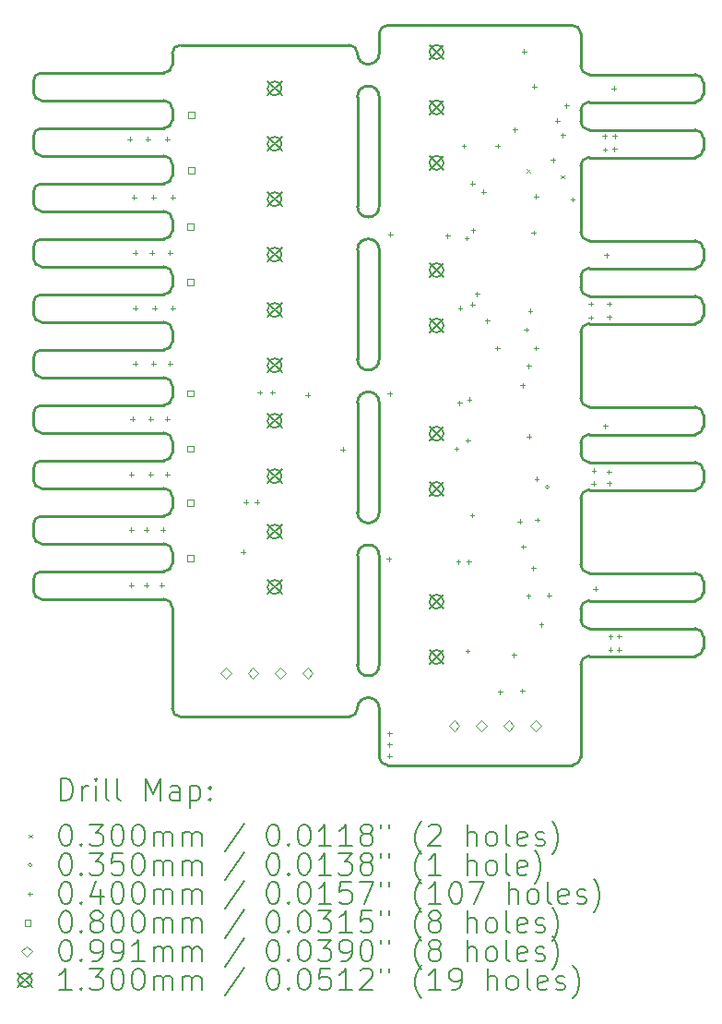
<source format=gbr>
%TF.GenerationSoftware,KiCad,Pcbnew,7.0.11*%
%TF.CreationDate,2024-11-09T09:44:17-05:00*%
%TF.ProjectId,14.1.4 - PMOS - PLC Connector Combined,31342e31-2e34-4202-9d20-504d4f53202d,rev?*%
%TF.SameCoordinates,Original*%
%TF.FileFunction,Drillmap*%
%TF.FilePolarity,Positive*%
%FSLAX45Y45*%
G04 Gerber Fmt 4.5, Leading zero omitted, Abs format (unit mm)*
G04 Created by KiCad (PCBNEW 7.0.11) date 2024-11-09 09:44:17*
%MOMM*%
%LPD*%
G01*
G04 APERTURE LIST*
%ADD10C,0.250000*%
%ADD11C,0.200000*%
%ADD12C,0.100000*%
%ADD13C,0.130000*%
G04 APERTURE END LIST*
D10*
X7124000Y-7599000D02*
X8249000Y-7599000D01*
X10024000Y-11518750D02*
X10024000Y-12520750D01*
X13198999Y-9212051D02*
G75*
G03*
X13124000Y-9137051I-74999J1D01*
G01*
X7049000Y-7778000D02*
X7049000Y-7674000D01*
X8249000Y-11917000D02*
X7124000Y-11917000D01*
X7124000Y-8615000D02*
X8249000Y-8615000D01*
X10224000Y-12520750D02*
X10224000Y-11518750D01*
X7049000Y-11334000D02*
X7049000Y-11230000D01*
X13124000Y-10915051D02*
X12149000Y-10915051D01*
X10024000Y-7312000D02*
X10024000Y-8314000D01*
X7049000Y-11334000D02*
G75*
G03*
X7124000Y-11409000I75000J0D01*
G01*
X13198999Y-12260051D02*
G75*
G03*
X13124000Y-12185051I-74999J1D01*
G01*
X7049000Y-8794000D02*
G75*
G03*
X7124000Y-8869000I75000J0D01*
G01*
X12073999Y-7030051D02*
G75*
G03*
X12149000Y-7105051I75001J1D01*
G01*
X8249000Y-7091000D02*
G75*
G03*
X8324000Y-7016000I0J75000D01*
G01*
X8249000Y-9377000D02*
X7124000Y-9377000D01*
X12074000Y-12006051D02*
X12074000Y-12110051D01*
X12074000Y-7942051D02*
X12074000Y-8554051D01*
X7049000Y-11842000D02*
G75*
G03*
X7124000Y-11917000I75000J0D01*
G01*
X13199000Y-12260051D02*
X13199000Y-12364051D01*
X7124000Y-8615000D02*
G75*
G03*
X7049000Y-8690000I0J-75000D01*
G01*
X7124000Y-11663000D02*
G75*
G03*
X7049000Y-11738000I0J-75000D01*
G01*
X10024000Y-6912000D02*
G75*
G03*
X10224000Y-6912000I100000J0D01*
G01*
X7049000Y-10826000D02*
G75*
G03*
X7124000Y-10901000I75000J0D01*
G01*
X8324000Y-8032000D02*
X8324000Y-7928000D01*
X12073999Y-7538051D02*
G75*
G03*
X12149000Y-7613051I75001J1D01*
G01*
X12073999Y-10586051D02*
G75*
G03*
X12149000Y-10661051I75001J1D01*
G01*
X12149000Y-7867050D02*
G75*
G03*
X12074000Y-7942051I0J-75000D01*
G01*
X8249000Y-10393000D02*
X7124000Y-10393000D01*
X12149000Y-11931050D02*
G75*
G03*
X12074000Y-12006051I0J-75000D01*
G01*
X12149000Y-8629051D02*
X13124000Y-8629051D01*
X13124000Y-7359051D02*
X12149000Y-7359051D01*
X13124000Y-9391051D02*
X12149000Y-9391051D01*
X8249000Y-7599000D02*
G75*
G03*
X8324000Y-7524000I0J75000D01*
G01*
X10024000Y-6912000D02*
G75*
G03*
X9949000Y-6837000I-75000J0D01*
G01*
X8249000Y-7345000D02*
X7124000Y-7345000D01*
X13198999Y-10736051D02*
G75*
G03*
X13124000Y-10661051I-74999J1D01*
G01*
X13199000Y-9212051D02*
X13199000Y-9316051D01*
X10024000Y-8714000D02*
X10024000Y-9716000D01*
X7049000Y-9810000D02*
G75*
G03*
X7124000Y-9885000I75000J0D01*
G01*
X13124000Y-10407051D02*
X12149000Y-10407051D01*
X7049000Y-7778000D02*
G75*
G03*
X7124000Y-7853000I75000J0D01*
G01*
X7049000Y-8794000D02*
X7049000Y-8690000D01*
X8324000Y-11080000D02*
X8324000Y-10976000D01*
X13198999Y-11752051D02*
G75*
G03*
X13124000Y-11677051I-74999J1D01*
G01*
X13124000Y-8883051D02*
X12149000Y-8883051D01*
X7124000Y-11155000D02*
G75*
G03*
X7049000Y-11230000I0J-75000D01*
G01*
X13199000Y-8704051D02*
X13199000Y-8808051D01*
X8324000Y-11484000D02*
G75*
G03*
X8249000Y-11409000I-75000J0D01*
G01*
X10224000Y-10116750D02*
G75*
G03*
X10024000Y-10116750I-100000J0D01*
G01*
X8249000Y-9123000D02*
G75*
G03*
X8324000Y-9048000I0J75000D01*
G01*
X13124000Y-9391050D02*
G75*
G03*
X13199000Y-9316051I0J75000D01*
G01*
X7124000Y-11663000D02*
X8249000Y-11663000D01*
X8249000Y-7853000D02*
X7124000Y-7853000D01*
X8249000Y-10901000D02*
X7124000Y-10901000D01*
X7049000Y-10318000D02*
X7049000Y-10214000D01*
X8324000Y-8944000D02*
G75*
G03*
X8249000Y-8869000I-75000J0D01*
G01*
X12149000Y-9391050D02*
G75*
G03*
X12074000Y-9466051I0J-75000D01*
G01*
X8324000Y-12920750D02*
G75*
G03*
X8399000Y-12995750I75000J0D01*
G01*
X8324000Y-7016000D02*
X8324000Y-6912000D01*
X7049000Y-8286000D02*
G75*
G03*
X7124000Y-8361000I75000J0D01*
G01*
X10224000Y-12920750D02*
G75*
G03*
X10024000Y-12920750I-100000J0D01*
G01*
X10224000Y-11118750D02*
X10224000Y-10116750D01*
X7124000Y-10647000D02*
G75*
G03*
X7049000Y-10722000I0J-75000D01*
G01*
X8249000Y-10647000D02*
G75*
G03*
X8324000Y-10572000I0J75000D01*
G01*
X13198999Y-10228051D02*
G75*
G03*
X13124000Y-10153051I-74999J1D01*
G01*
X10224000Y-9716000D02*
X10224000Y-8714000D01*
X12149000Y-10915050D02*
G75*
G03*
X12074000Y-10990051I0J-75000D01*
G01*
X8249000Y-8361000D02*
X7124000Y-8361000D01*
X8324000Y-10468000D02*
G75*
G03*
X8249000Y-10393000I-75000J0D01*
G01*
X8249000Y-8615000D02*
G75*
G03*
X8324000Y-8540000I0J75000D01*
G01*
X12149000Y-11677051D02*
X13124000Y-11677051D01*
X9949000Y-12995750D02*
X8399000Y-12995750D01*
X12073999Y-6730051D02*
G75*
G03*
X11999000Y-6655051I-74999J1D01*
G01*
X12073999Y-11602051D02*
G75*
G03*
X12149000Y-11677051I75001J1D01*
G01*
X13124000Y-7867050D02*
G75*
G03*
X13199000Y-7792051I0J75000D01*
G01*
X7124000Y-10139000D02*
X8249000Y-10139000D01*
X10224000Y-7312000D02*
G75*
G03*
X10024000Y-7312000I-100000J0D01*
G01*
X10299000Y-6655050D02*
G75*
G03*
X10224000Y-6730051I0J-75000D01*
G01*
X12074000Y-6730051D02*
X12074000Y-7030051D01*
X12073999Y-10078051D02*
G75*
G03*
X12149000Y-10153051I75001J1D01*
G01*
X7049000Y-8286000D02*
X7049000Y-8182000D01*
X13124000Y-11931051D02*
X12149000Y-11931051D01*
X7049000Y-10318000D02*
G75*
G03*
X7124000Y-10393000I75000J0D01*
G01*
X13199000Y-7688051D02*
X13199000Y-7792051D01*
X8324000Y-10976000D02*
G75*
G03*
X8249000Y-10901000I-75000J0D01*
G01*
X12074000Y-10482051D02*
X12074000Y-10586051D01*
X7124000Y-7599000D02*
G75*
G03*
X7049000Y-7674000I0J-75000D01*
G01*
X8249000Y-8107000D02*
G75*
G03*
X8324000Y-8032000I0J75000D01*
G01*
X8324000Y-10064000D02*
X8324000Y-9960000D01*
X12149000Y-7359050D02*
G75*
G03*
X12074000Y-7434051I0J-75000D01*
G01*
X10024000Y-10116750D02*
X10024000Y-11118750D01*
X8324000Y-8436000D02*
G75*
G03*
X8249000Y-8361000I-75000J0D01*
G01*
X7124000Y-11155000D02*
X8249000Y-11155000D01*
X7049000Y-7270000D02*
X7049000Y-7166000D01*
X8324000Y-11992000D02*
G75*
G03*
X8249000Y-11917000I-75000J0D01*
G01*
X12149000Y-10407050D02*
G75*
G03*
X12074000Y-10482051I0J-75000D01*
G01*
X12074000Y-9466051D02*
X12074000Y-10078051D01*
X8324000Y-11588000D02*
X8324000Y-11484000D01*
X13124000Y-11931050D02*
G75*
G03*
X13199000Y-11856051I0J75000D01*
G01*
X10024000Y-11118750D02*
G75*
G03*
X10224000Y-11118750I100000J0D01*
G01*
X7124000Y-10139000D02*
G75*
G03*
X7049000Y-10214000I0J-75000D01*
G01*
X8399000Y-6837000D02*
G75*
G03*
X8324000Y-6912000I0J-75000D01*
G01*
X7049000Y-10826000D02*
X7049000Y-10722000D01*
X13198999Y-7180051D02*
G75*
G03*
X13124000Y-7105051I-74999J1D01*
G01*
X12073999Y-9062051D02*
G75*
G03*
X12149000Y-9137051I75001J1D01*
G01*
X7124000Y-7091000D02*
G75*
G03*
X7049000Y-7166000I0J-75000D01*
G01*
X8324000Y-8540000D02*
X8324000Y-8436000D01*
X12073999Y-8554051D02*
G75*
G03*
X12149000Y-8629051I75001J1D01*
G01*
X7124000Y-9123000D02*
G75*
G03*
X7049000Y-9198000I0J-75000D01*
G01*
X12149000Y-8883050D02*
G75*
G03*
X12074000Y-8958051I0J-75000D01*
G01*
X7124000Y-9631000D02*
G75*
G03*
X7049000Y-9706000I0J-75000D01*
G01*
X7049000Y-9810000D02*
X7049000Y-9706000D01*
X7049000Y-9302000D02*
X7049000Y-9198000D01*
X8324000Y-7420000D02*
G75*
G03*
X8249000Y-7345000I-75000J0D01*
G01*
X8249000Y-11409000D02*
X7124000Y-11409000D01*
X7049000Y-9302000D02*
G75*
G03*
X7124000Y-9377000I75000J0D01*
G01*
X13124000Y-12439050D02*
G75*
G03*
X13199000Y-12364051I0J75000D01*
G01*
X12149000Y-12185051D02*
X13124000Y-12185051D01*
X7049000Y-7270000D02*
G75*
G03*
X7124000Y-7345000I75000J0D01*
G01*
X8324000Y-10572000D02*
X8324000Y-10468000D01*
X10224000Y-6912000D02*
X10224000Y-6730051D01*
X12073999Y-12110051D02*
G75*
G03*
X12149000Y-12185051I75001J1D01*
G01*
X7124000Y-9631000D02*
X8249000Y-9631000D01*
X7124000Y-8107000D02*
G75*
G03*
X7049000Y-8182000I0J-75000D01*
G01*
X12074000Y-8958051D02*
X12074000Y-9062051D01*
X8324000Y-9960000D02*
G75*
G03*
X8249000Y-9885000I-75000J0D01*
G01*
X8249000Y-9885000D02*
X7124000Y-9885000D01*
X10024000Y-8314000D02*
G75*
G03*
X10224000Y-8314000I100000J0D01*
G01*
X11999000Y-13439051D02*
X10299000Y-13439051D01*
X8249000Y-11663000D02*
G75*
G03*
X8324000Y-11588000I0J75000D01*
G01*
X7124000Y-8107000D02*
X8249000Y-8107000D01*
X7124000Y-7091000D02*
X8249000Y-7091000D01*
X8324000Y-7524000D02*
X8324000Y-7420000D01*
X10224000Y-13364051D02*
X10224000Y-12920750D01*
X11999000Y-13439050D02*
G75*
G03*
X12074000Y-13364051I0J75000D01*
G01*
X13124000Y-10407050D02*
G75*
G03*
X13199000Y-10332051I0J75000D01*
G01*
X10224000Y-8714000D02*
G75*
G03*
X10024000Y-8714000I-100000J0D01*
G01*
X8324000Y-9452000D02*
G75*
G03*
X8249000Y-9377000I-75000J0D01*
G01*
X10224000Y-11518750D02*
G75*
G03*
X10024000Y-11518750I-100000J0D01*
G01*
X10024000Y-12520750D02*
G75*
G03*
X10224000Y-12520750I100000J0D01*
G01*
X12074000Y-10990051D02*
X12074000Y-11602051D01*
X9949000Y-12995750D02*
G75*
G03*
X10024000Y-12920750I0J75000D01*
G01*
X12074000Y-7434051D02*
X12074000Y-7538051D01*
X13199000Y-7180051D02*
X13199000Y-7284051D01*
X12149000Y-10153051D02*
X13124000Y-10153051D01*
X10224000Y-8314000D02*
X10224000Y-7312000D01*
X8324000Y-12920750D02*
X8324000Y-11992000D01*
X8249000Y-9631000D02*
G75*
G03*
X8324000Y-9556000I0J75000D01*
G01*
X7049000Y-11842000D02*
X7049000Y-11738000D01*
X8324000Y-9048000D02*
X8324000Y-8944000D01*
X13199000Y-10736051D02*
X13199000Y-10840051D01*
X10223999Y-13364051D02*
G75*
G03*
X10299000Y-13439051I75001J1D01*
G01*
X12149000Y-7613051D02*
X13124000Y-7613051D01*
X13124000Y-12439051D02*
X12149000Y-12439051D01*
X13198999Y-8704051D02*
G75*
G03*
X13124000Y-8629051I-74999J1D01*
G01*
X8249000Y-10139000D02*
G75*
G03*
X8324000Y-10064000I0J75000D01*
G01*
X8324000Y-7928000D02*
G75*
G03*
X8249000Y-7853000I-75000J0D01*
G01*
X8399000Y-6837000D02*
X9949000Y-6837000D01*
X13124000Y-8883050D02*
G75*
G03*
X13199000Y-8808051I0J75000D01*
G01*
X7124000Y-10647000D02*
X8249000Y-10647000D01*
X13199000Y-10228051D02*
X13199000Y-10332051D01*
X13124000Y-7359050D02*
G75*
G03*
X13199000Y-7284051I0J75000D01*
G01*
X13124000Y-10915050D02*
G75*
G03*
X13199000Y-10840051I0J75000D01*
G01*
X12149000Y-12439050D02*
G75*
G03*
X12074000Y-12514051I0J-75000D01*
G01*
X13198999Y-7688051D02*
G75*
G03*
X13124000Y-7613051I-74999J1D01*
G01*
X8324000Y-9556000D02*
X8324000Y-9452000D01*
X12149000Y-9137051D02*
X13124000Y-9137051D01*
X10299000Y-6655051D02*
X11999000Y-6655051D01*
X13124000Y-7867051D02*
X12149000Y-7867051D01*
X8249000Y-11155000D02*
G75*
G03*
X8324000Y-11080000I0J75000D01*
G01*
X13199000Y-11752051D02*
X13199000Y-11856051D01*
X12149000Y-10661051D02*
X13124000Y-10661051D01*
X7124000Y-9123000D02*
X8249000Y-9123000D01*
X8249000Y-8869000D02*
X7124000Y-8869000D01*
X10024000Y-9716000D02*
G75*
G03*
X10224000Y-9716000I100000J0D01*
G01*
X12149000Y-7105051D02*
X13124000Y-7105051D01*
X12074000Y-12514051D02*
X12074000Y-13364051D01*
D11*
D12*
X11580000Y-7974000D02*
X11610000Y-8004000D01*
X11610000Y-7974000D02*
X11580000Y-8004000D01*
X11891012Y-8031143D02*
X11921012Y-8061143D01*
X11921012Y-8031143D02*
X11891012Y-8061143D01*
X11784319Y-10888806D02*
G75*
G03*
X11749319Y-10888806I-17500J0D01*
G01*
X11749319Y-10888806D02*
G75*
G03*
X11784319Y-10888806I17500J0D01*
G01*
X7934425Y-7678022D02*
X7934425Y-7718022D01*
X7914425Y-7698022D02*
X7954425Y-7698022D01*
X7947125Y-10751422D02*
X7947125Y-10791422D01*
X7927125Y-10771422D02*
X7967125Y-10771422D01*
X7947125Y-11259422D02*
X7947125Y-11299422D01*
X7927125Y-11279422D02*
X7967125Y-11279422D01*
X7947125Y-11767422D02*
X7947125Y-11807422D01*
X7927125Y-11787422D02*
X7967125Y-11787422D01*
X7959825Y-10243422D02*
X7959825Y-10283422D01*
X7939825Y-10263422D02*
X7979825Y-10263422D01*
X7972525Y-8211422D02*
X7972525Y-8251422D01*
X7952525Y-8231422D02*
X7992525Y-8231422D01*
X7985225Y-8719422D02*
X7985225Y-8759422D01*
X7965225Y-8739422D02*
X8005225Y-8739422D01*
X7985225Y-9227422D02*
X7985225Y-9267422D01*
X7965225Y-9247422D02*
X8005225Y-9247422D01*
X7985225Y-9735422D02*
X7985225Y-9775422D01*
X7965225Y-9755422D02*
X8005225Y-9755422D01*
X8086825Y-11259422D02*
X8086825Y-11299422D01*
X8066825Y-11279422D02*
X8106825Y-11279422D01*
X8086825Y-11767422D02*
X8086825Y-11807422D01*
X8066825Y-11787422D02*
X8106825Y-11787422D01*
X8099525Y-7678022D02*
X8099525Y-7718022D01*
X8079525Y-7698022D02*
X8119525Y-7698022D01*
X8124925Y-10243422D02*
X8124925Y-10283422D01*
X8104925Y-10263422D02*
X8144925Y-10263422D01*
X8124925Y-10751422D02*
X8124925Y-10791422D01*
X8104925Y-10771422D02*
X8144925Y-10771422D01*
X8137625Y-8719422D02*
X8137625Y-8759422D01*
X8117625Y-8739422D02*
X8157625Y-8739422D01*
X8150325Y-8211422D02*
X8150325Y-8251422D01*
X8130325Y-8231422D02*
X8170325Y-8231422D01*
X8150325Y-9735422D02*
X8150325Y-9775422D01*
X8130325Y-9755422D02*
X8170325Y-9755422D01*
X8163025Y-9227422D02*
X8163025Y-9267422D01*
X8143025Y-9247422D02*
X8183025Y-9247422D01*
X8226525Y-11767422D02*
X8226525Y-11807422D01*
X8206525Y-11787422D02*
X8246525Y-11787422D01*
X8239225Y-11259422D02*
X8239225Y-11299422D01*
X8219225Y-11279422D02*
X8259225Y-11279422D01*
X8277325Y-7678022D02*
X8277325Y-7718022D01*
X8257325Y-7698022D02*
X8297325Y-7698022D01*
X8277325Y-10243422D02*
X8277325Y-10283422D01*
X8257325Y-10263422D02*
X8297325Y-10263422D01*
X8277325Y-10751422D02*
X8277325Y-10791422D01*
X8257325Y-10771422D02*
X8297325Y-10771422D01*
X8302725Y-8719422D02*
X8302725Y-8759422D01*
X8282725Y-8739422D02*
X8322725Y-8739422D01*
X8302725Y-9735422D02*
X8302725Y-9775422D01*
X8282725Y-9755422D02*
X8322725Y-9755422D01*
X8328125Y-8211422D02*
X8328125Y-8251422D01*
X8308125Y-8231422D02*
X8348125Y-8231422D01*
X8328125Y-9227422D02*
X8328125Y-9267422D01*
X8308125Y-9247422D02*
X8348125Y-9247422D01*
X8975815Y-11462622D02*
X8975815Y-11502622D01*
X8955815Y-11482622D02*
X8995815Y-11482622D01*
X9001225Y-11005422D02*
X9001225Y-11045422D01*
X8981225Y-11025422D02*
X9021225Y-11025422D01*
X9102825Y-11005422D02*
X9102825Y-11045422D01*
X9082825Y-11025422D02*
X9122825Y-11025422D01*
X9128225Y-10002122D02*
X9128225Y-10042122D01*
X9108225Y-10022122D02*
X9148225Y-10022122D01*
X9242525Y-10002122D02*
X9242525Y-10042122D01*
X9222525Y-10022122D02*
X9262525Y-10022122D01*
X9567900Y-10024440D02*
X9567900Y-10064440D01*
X9547900Y-10044440D02*
X9587900Y-10044440D01*
X9890225Y-10524000D02*
X9890225Y-10564000D01*
X9870225Y-10544000D02*
X9910225Y-10544000D01*
X10313000Y-11529000D02*
X10313000Y-11569000D01*
X10293000Y-11549000D02*
X10333000Y-11549000D01*
X10318000Y-13128000D02*
X10318000Y-13168000D01*
X10298000Y-13148000D02*
X10338000Y-13148000D01*
X10318000Y-13230000D02*
X10318000Y-13270000D01*
X10298000Y-13250000D02*
X10338000Y-13250000D01*
X10319000Y-13334000D02*
X10319000Y-13374000D01*
X10299000Y-13354000D02*
X10339000Y-13354000D01*
X10320000Y-10012000D02*
X10320000Y-10052000D01*
X10300000Y-10032000D02*
X10340000Y-10032000D01*
X10327000Y-8552000D02*
X10327000Y-8592000D01*
X10307000Y-8572000D02*
X10347000Y-8572000D01*
X10850000Y-8564000D02*
X10850000Y-8604000D01*
X10830000Y-8584000D02*
X10870000Y-8584000D01*
X10933000Y-10519000D02*
X10933000Y-10559000D01*
X10913000Y-10539000D02*
X10953000Y-10539000D01*
X10949524Y-11554801D02*
X10949524Y-11594801D01*
X10929524Y-11574801D02*
X10969524Y-11574801D01*
X10961000Y-10098000D02*
X10961000Y-10138000D01*
X10941000Y-10118000D02*
X10981000Y-10118000D01*
X10968000Y-9230000D02*
X10968000Y-9270000D01*
X10948000Y-9250000D02*
X10988000Y-9250000D01*
X11002000Y-7740000D02*
X11002000Y-7780000D01*
X10982000Y-7760000D02*
X11022000Y-7760000D01*
X11027000Y-8587000D02*
X11027000Y-8627000D01*
X11007000Y-8607000D02*
X11047000Y-8607000D01*
X11034500Y-12371500D02*
X11034500Y-12411500D01*
X11014500Y-12391500D02*
X11054500Y-12391500D01*
X11037000Y-10442000D02*
X11037000Y-10482000D01*
X11017000Y-10462000D02*
X11057000Y-10462000D01*
X11047000Y-11553000D02*
X11047000Y-11593000D01*
X11027000Y-11573000D02*
X11067000Y-11573000D01*
X11051000Y-10066000D02*
X11051000Y-10106000D01*
X11031000Y-10086000D02*
X11071000Y-10086000D01*
X11076000Y-11127000D02*
X11076000Y-11167000D01*
X11056000Y-11147000D02*
X11096000Y-11147000D01*
X11079000Y-9194000D02*
X11079000Y-9234000D01*
X11059000Y-9214000D02*
X11099000Y-9214000D01*
X11079887Y-8084887D02*
X11079887Y-8124887D01*
X11059887Y-8104887D02*
X11099887Y-8104887D01*
X11085662Y-8515662D02*
X11085662Y-8555662D01*
X11065662Y-8535662D02*
X11105662Y-8535662D01*
X11121000Y-9100000D02*
X11121000Y-9140000D01*
X11101000Y-9120000D02*
X11141000Y-9120000D01*
X11182000Y-8161000D02*
X11182000Y-8201000D01*
X11162000Y-8181000D02*
X11202000Y-8181000D01*
X11216000Y-9345000D02*
X11216000Y-9385000D01*
X11196000Y-9365000D02*
X11236000Y-9365000D01*
X11307000Y-9596000D02*
X11307000Y-9636000D01*
X11287000Y-9616000D02*
X11327000Y-9616000D01*
X11311400Y-7742000D02*
X11311400Y-7782000D01*
X11291400Y-7762000D02*
X11331400Y-7762000D01*
X11334000Y-12747000D02*
X11334000Y-12787000D01*
X11314000Y-12767000D02*
X11354000Y-12767000D01*
X11462000Y-12408000D02*
X11462000Y-12448000D01*
X11442000Y-12428000D02*
X11482000Y-12428000D01*
X11470000Y-7592000D02*
X11470000Y-7632000D01*
X11450000Y-7612000D02*
X11490000Y-7612000D01*
X11515000Y-11184000D02*
X11515000Y-11224000D01*
X11495000Y-11204000D02*
X11535000Y-11204000D01*
X11536000Y-12736000D02*
X11536000Y-12776000D01*
X11516000Y-12756000D02*
X11556000Y-12756000D01*
X11540000Y-9937000D02*
X11540000Y-9977000D01*
X11520000Y-9957000D02*
X11560000Y-9957000D01*
X11544000Y-11416000D02*
X11544000Y-11456000D01*
X11524000Y-11436000D02*
X11564000Y-11436000D01*
X11555000Y-6874000D02*
X11555000Y-6914000D01*
X11535000Y-6894000D02*
X11575000Y-6894000D01*
X11573000Y-9424913D02*
X11573000Y-9464913D01*
X11553000Y-9444913D02*
X11593000Y-9444913D01*
X11593000Y-11867000D02*
X11593000Y-11907000D01*
X11573000Y-11887000D02*
X11613000Y-11887000D01*
X11595000Y-9758000D02*
X11595000Y-9798000D01*
X11575000Y-9778000D02*
X11615000Y-9778000D01*
X11600000Y-10404000D02*
X11600000Y-10444000D01*
X11580000Y-10424000D02*
X11620000Y-10424000D01*
X11610113Y-9254113D02*
X11610113Y-9294113D01*
X11590113Y-9274113D02*
X11630113Y-9274113D01*
X11640000Y-11614000D02*
X11640000Y-11654000D01*
X11620000Y-11634000D02*
X11660000Y-11634000D01*
X11642400Y-8537000D02*
X11642400Y-8577000D01*
X11622400Y-8557000D02*
X11662400Y-8557000D01*
X11648000Y-7198000D02*
X11648000Y-7238000D01*
X11628000Y-7218000D02*
X11668000Y-7218000D01*
X11663000Y-9596000D02*
X11663000Y-9636000D01*
X11643000Y-9616000D02*
X11683000Y-9616000D01*
X11663153Y-8204847D02*
X11663153Y-8244847D01*
X11643153Y-8224847D02*
X11683153Y-8224847D01*
X11670000Y-10796000D02*
X11670000Y-10836000D01*
X11650000Y-10816000D02*
X11690000Y-10816000D01*
X11676000Y-11169000D02*
X11676000Y-11209000D01*
X11656000Y-11189000D02*
X11696000Y-11189000D01*
X11711000Y-12131000D02*
X11711000Y-12171000D01*
X11691000Y-12151000D02*
X11731000Y-12151000D01*
X11783113Y-11860887D02*
X11783113Y-11900887D01*
X11763113Y-11880887D02*
X11803113Y-11880887D01*
X11820503Y-7870600D02*
X11820503Y-7910600D01*
X11800503Y-7890600D02*
X11840503Y-7890600D01*
X11858126Y-7508674D02*
X11858126Y-7548674D01*
X11838126Y-7528674D02*
X11878126Y-7528674D01*
X11908893Y-7642107D02*
X11908893Y-7682107D01*
X11888893Y-7662107D02*
X11928893Y-7662107D01*
X11942626Y-7370000D02*
X11942626Y-7410000D01*
X11922626Y-7390000D02*
X11962626Y-7390000D01*
X11999000Y-8232000D02*
X11999000Y-8272000D01*
X11979000Y-8252000D02*
X12019000Y-8252000D01*
X12168000Y-9190000D02*
X12168000Y-9230000D01*
X12148000Y-9210000D02*
X12188000Y-9210000D01*
X12168000Y-9315000D02*
X12168000Y-9355000D01*
X12148000Y-9335000D02*
X12188000Y-9335000D01*
X12193000Y-10838000D02*
X12193000Y-10878000D01*
X12173000Y-10858000D02*
X12213000Y-10858000D01*
X12195000Y-10719000D02*
X12195000Y-10759000D01*
X12175000Y-10739000D02*
X12215000Y-10739000D01*
X12208000Y-11801000D02*
X12208000Y-11841000D01*
X12188000Y-11821000D02*
X12228000Y-11821000D01*
X12293000Y-7650000D02*
X12293000Y-7690000D01*
X12273000Y-7670000D02*
X12313000Y-7670000D01*
X12296000Y-7776000D02*
X12296000Y-7816000D01*
X12276000Y-7796000D02*
X12316000Y-7796000D01*
X12298000Y-10309000D02*
X12298000Y-10349000D01*
X12278000Y-10329000D02*
X12318000Y-10329000D01*
X12312000Y-8744000D02*
X12312000Y-8784000D01*
X12292000Y-8764000D02*
X12332000Y-8764000D01*
X12333000Y-10729000D02*
X12333000Y-10769000D01*
X12313000Y-10749000D02*
X12353000Y-10749000D01*
X12335000Y-9190000D02*
X12335000Y-9230000D01*
X12315000Y-9210000D02*
X12355000Y-9210000D01*
X12335000Y-9311000D02*
X12335000Y-9351000D01*
X12315000Y-9331000D02*
X12355000Y-9331000D01*
X12335000Y-10835000D02*
X12335000Y-10875000D01*
X12315000Y-10855000D02*
X12355000Y-10855000D01*
X12346000Y-12362000D02*
X12346000Y-12402000D01*
X12326000Y-12382000D02*
X12366000Y-12382000D01*
X12347000Y-12241000D02*
X12347000Y-12281000D01*
X12327000Y-12261000D02*
X12367000Y-12261000D01*
X12378000Y-7214000D02*
X12378000Y-7254000D01*
X12358000Y-7234000D02*
X12398000Y-7234000D01*
X12385000Y-7769000D02*
X12385000Y-7809000D01*
X12365000Y-7789000D02*
X12405000Y-7789000D01*
X12388000Y-7650000D02*
X12388000Y-7690000D01*
X12368000Y-7670000D02*
X12408000Y-7670000D01*
X12425000Y-12360000D02*
X12425000Y-12400000D01*
X12405000Y-12380000D02*
X12445000Y-12380000D01*
X12426000Y-12237000D02*
X12426000Y-12277000D01*
X12406000Y-12257000D02*
X12446000Y-12257000D01*
X8516110Y-11059507D02*
X8516110Y-11002938D01*
X8459541Y-11002938D01*
X8459541Y-11059507D01*
X8516110Y-11059507D01*
X8516110Y-11567507D02*
X8516110Y-11510938D01*
X8459541Y-11510938D01*
X8459541Y-11567507D01*
X8516110Y-11567507D01*
X8520110Y-8528507D02*
X8520110Y-8471938D01*
X8463541Y-8471938D01*
X8463541Y-8528507D01*
X8520110Y-8528507D01*
X8520110Y-9036507D02*
X8520110Y-8979938D01*
X8463541Y-8979938D01*
X8463541Y-9036507D01*
X8520110Y-9036507D01*
X8520110Y-10058007D02*
X8520110Y-10001438D01*
X8463541Y-10001438D01*
X8463541Y-10058007D01*
X8520110Y-10058007D01*
X8520110Y-10566007D02*
X8520110Y-10509438D01*
X8463541Y-10509438D01*
X8463541Y-10566007D01*
X8520110Y-10566007D01*
X8529110Y-7506507D02*
X8529110Y-7449938D01*
X8472541Y-7449938D01*
X8472541Y-7506507D01*
X8529110Y-7506507D01*
X8529110Y-8014507D02*
X8529110Y-7957938D01*
X8472541Y-7957938D01*
X8472541Y-8014507D01*
X8529110Y-8014507D01*
X8816000Y-12646530D02*
X8865530Y-12597000D01*
X8816000Y-12547470D01*
X8766470Y-12597000D01*
X8816000Y-12646530D01*
X9066000Y-12646530D02*
X9115530Y-12597000D01*
X9066000Y-12547470D01*
X9016470Y-12597000D01*
X9066000Y-12646530D01*
X9316000Y-12646530D02*
X9365530Y-12597000D01*
X9316000Y-12547470D01*
X9266470Y-12597000D01*
X9316000Y-12646530D01*
X9566000Y-12646530D02*
X9615530Y-12597000D01*
X9566000Y-12547470D01*
X9516470Y-12597000D01*
X9566000Y-12646530D01*
X10912000Y-13125530D02*
X10961530Y-13076000D01*
X10912000Y-13026470D01*
X10862470Y-13076000D01*
X10912000Y-13125530D01*
X11162000Y-13125530D02*
X11211530Y-13076000D01*
X11162000Y-13026470D01*
X11112470Y-13076000D01*
X11162000Y-13125530D01*
X11412000Y-13125530D02*
X11461530Y-13076000D01*
X11412000Y-13026470D01*
X11362470Y-13076000D01*
X11412000Y-13125530D01*
X11662000Y-13125530D02*
X11711530Y-13076000D01*
X11662000Y-13026470D01*
X11612470Y-13076000D01*
X11662000Y-13125530D01*
D13*
X9199000Y-7169000D02*
X9329000Y-7299000D01*
X9329000Y-7169000D02*
X9199000Y-7299000D01*
X9329000Y-7234000D02*
G75*
G03*
X9199000Y-7234000I-65000J0D01*
G01*
X9199000Y-7234000D02*
G75*
G03*
X9329000Y-7234000I65000J0D01*
G01*
X9199000Y-7677000D02*
X9329000Y-7807000D01*
X9329000Y-7677000D02*
X9199000Y-7807000D01*
X9329000Y-7742000D02*
G75*
G03*
X9199000Y-7742000I-65000J0D01*
G01*
X9199000Y-7742000D02*
G75*
G03*
X9329000Y-7742000I65000J0D01*
G01*
X9199000Y-8185000D02*
X9329000Y-8315000D01*
X9329000Y-8185000D02*
X9199000Y-8315000D01*
X9329000Y-8250000D02*
G75*
G03*
X9199000Y-8250000I-65000J0D01*
G01*
X9199000Y-8250000D02*
G75*
G03*
X9329000Y-8250000I65000J0D01*
G01*
X9199000Y-8693000D02*
X9329000Y-8823000D01*
X9329000Y-8693000D02*
X9199000Y-8823000D01*
X9329000Y-8758000D02*
G75*
G03*
X9199000Y-8758000I-65000J0D01*
G01*
X9199000Y-8758000D02*
G75*
G03*
X9329000Y-8758000I65000J0D01*
G01*
X9199000Y-9201000D02*
X9329000Y-9331000D01*
X9329000Y-9201000D02*
X9199000Y-9331000D01*
X9329000Y-9266000D02*
G75*
G03*
X9199000Y-9266000I-65000J0D01*
G01*
X9199000Y-9266000D02*
G75*
G03*
X9329000Y-9266000I65000J0D01*
G01*
X9199000Y-9709000D02*
X9329000Y-9839000D01*
X9329000Y-9709000D02*
X9199000Y-9839000D01*
X9329000Y-9774000D02*
G75*
G03*
X9199000Y-9774000I-65000J0D01*
G01*
X9199000Y-9774000D02*
G75*
G03*
X9329000Y-9774000I65000J0D01*
G01*
X9199000Y-10217000D02*
X9329000Y-10347000D01*
X9329000Y-10217000D02*
X9199000Y-10347000D01*
X9329000Y-10282000D02*
G75*
G03*
X9199000Y-10282000I-65000J0D01*
G01*
X9199000Y-10282000D02*
G75*
G03*
X9329000Y-10282000I65000J0D01*
G01*
X9199000Y-10725000D02*
X9329000Y-10855000D01*
X9329000Y-10725000D02*
X9199000Y-10855000D01*
X9329000Y-10790000D02*
G75*
G03*
X9199000Y-10790000I-65000J0D01*
G01*
X9199000Y-10790000D02*
G75*
G03*
X9329000Y-10790000I65000J0D01*
G01*
X9199000Y-11233000D02*
X9329000Y-11363000D01*
X9329000Y-11233000D02*
X9199000Y-11363000D01*
X9329000Y-11298000D02*
G75*
G03*
X9199000Y-11298000I-65000J0D01*
G01*
X9199000Y-11298000D02*
G75*
G03*
X9329000Y-11298000I65000J0D01*
G01*
X9199000Y-11741000D02*
X9329000Y-11871000D01*
X9329000Y-11741000D02*
X9199000Y-11871000D01*
X9329000Y-11806000D02*
G75*
G03*
X9199000Y-11806000I-65000J0D01*
G01*
X9199000Y-11806000D02*
G75*
G03*
X9329000Y-11806000I65000J0D01*
G01*
X10685000Y-6835000D02*
X10815000Y-6965000D01*
X10815000Y-6835000D02*
X10685000Y-6965000D01*
X10815000Y-6900000D02*
G75*
G03*
X10685000Y-6900000I-65000J0D01*
G01*
X10685000Y-6900000D02*
G75*
G03*
X10815000Y-6900000I65000J0D01*
G01*
X10685000Y-7343000D02*
X10815000Y-7473000D01*
X10815000Y-7343000D02*
X10685000Y-7473000D01*
X10815000Y-7408000D02*
G75*
G03*
X10685000Y-7408000I-65000J0D01*
G01*
X10685000Y-7408000D02*
G75*
G03*
X10815000Y-7408000I65000J0D01*
G01*
X10685000Y-7851000D02*
X10815000Y-7981000D01*
X10815000Y-7851000D02*
X10685000Y-7981000D01*
X10815000Y-7916000D02*
G75*
G03*
X10685000Y-7916000I-65000J0D01*
G01*
X10685000Y-7916000D02*
G75*
G03*
X10815000Y-7916000I65000J0D01*
G01*
X10685000Y-8835000D02*
X10815000Y-8965000D01*
X10815000Y-8835000D02*
X10685000Y-8965000D01*
X10815000Y-8900000D02*
G75*
G03*
X10685000Y-8900000I-65000J0D01*
G01*
X10685000Y-8900000D02*
G75*
G03*
X10815000Y-8900000I65000J0D01*
G01*
X10685000Y-9343000D02*
X10815000Y-9473000D01*
X10815000Y-9343000D02*
X10685000Y-9473000D01*
X10815000Y-9408000D02*
G75*
G03*
X10685000Y-9408000I-65000J0D01*
G01*
X10685000Y-9408000D02*
G75*
G03*
X10815000Y-9408000I65000J0D01*
G01*
X10685000Y-10335000D02*
X10815000Y-10465000D01*
X10815000Y-10335000D02*
X10685000Y-10465000D01*
X10815000Y-10400000D02*
G75*
G03*
X10685000Y-10400000I-65000J0D01*
G01*
X10685000Y-10400000D02*
G75*
G03*
X10815000Y-10400000I65000J0D01*
G01*
X10685000Y-10843000D02*
X10815000Y-10973000D01*
X10815000Y-10843000D02*
X10685000Y-10973000D01*
X10815000Y-10908000D02*
G75*
G03*
X10685000Y-10908000I-65000J0D01*
G01*
X10685000Y-10908000D02*
G75*
G03*
X10815000Y-10908000I65000J0D01*
G01*
X10685000Y-11875000D02*
X10815000Y-12005000D01*
X10815000Y-11875000D02*
X10685000Y-12005000D01*
X10815000Y-11940000D02*
G75*
G03*
X10685000Y-11940000I-65000J0D01*
G01*
X10685000Y-11940000D02*
G75*
G03*
X10815000Y-11940000I65000J0D01*
G01*
X10685000Y-12383000D02*
X10815000Y-12513000D01*
X10815000Y-12383000D02*
X10685000Y-12513000D01*
X10815000Y-12448000D02*
G75*
G03*
X10685000Y-12448000I-65000J0D01*
G01*
X10685000Y-12448000D02*
G75*
G03*
X10815000Y-12448000I65000J0D01*
G01*
D11*
X7297277Y-13763035D02*
X7297277Y-13563035D01*
X7297277Y-13563035D02*
X7344896Y-13563035D01*
X7344896Y-13563035D02*
X7373467Y-13572559D01*
X7373467Y-13572559D02*
X7392515Y-13591606D01*
X7392515Y-13591606D02*
X7402039Y-13610654D01*
X7402039Y-13610654D02*
X7411562Y-13648749D01*
X7411562Y-13648749D02*
X7411562Y-13677320D01*
X7411562Y-13677320D02*
X7402039Y-13715416D01*
X7402039Y-13715416D02*
X7392515Y-13734463D01*
X7392515Y-13734463D02*
X7373467Y-13753511D01*
X7373467Y-13753511D02*
X7344896Y-13763035D01*
X7344896Y-13763035D02*
X7297277Y-13763035D01*
X7497277Y-13763035D02*
X7497277Y-13629701D01*
X7497277Y-13667797D02*
X7506801Y-13648749D01*
X7506801Y-13648749D02*
X7516324Y-13639225D01*
X7516324Y-13639225D02*
X7535372Y-13629701D01*
X7535372Y-13629701D02*
X7554420Y-13629701D01*
X7621086Y-13763035D02*
X7621086Y-13629701D01*
X7621086Y-13563035D02*
X7611562Y-13572559D01*
X7611562Y-13572559D02*
X7621086Y-13582082D01*
X7621086Y-13582082D02*
X7630610Y-13572559D01*
X7630610Y-13572559D02*
X7621086Y-13563035D01*
X7621086Y-13563035D02*
X7621086Y-13582082D01*
X7744896Y-13763035D02*
X7725848Y-13753511D01*
X7725848Y-13753511D02*
X7716324Y-13734463D01*
X7716324Y-13734463D02*
X7716324Y-13563035D01*
X7849658Y-13763035D02*
X7830610Y-13753511D01*
X7830610Y-13753511D02*
X7821086Y-13734463D01*
X7821086Y-13734463D02*
X7821086Y-13563035D01*
X8078229Y-13763035D02*
X8078229Y-13563035D01*
X8078229Y-13563035D02*
X8144896Y-13705892D01*
X8144896Y-13705892D02*
X8211562Y-13563035D01*
X8211562Y-13563035D02*
X8211562Y-13763035D01*
X8392515Y-13763035D02*
X8392515Y-13658273D01*
X8392515Y-13658273D02*
X8382991Y-13639225D01*
X8382991Y-13639225D02*
X8363943Y-13629701D01*
X8363943Y-13629701D02*
X8325848Y-13629701D01*
X8325848Y-13629701D02*
X8306801Y-13639225D01*
X8392515Y-13753511D02*
X8373467Y-13763035D01*
X8373467Y-13763035D02*
X8325848Y-13763035D01*
X8325848Y-13763035D02*
X8306801Y-13753511D01*
X8306801Y-13753511D02*
X8297277Y-13734463D01*
X8297277Y-13734463D02*
X8297277Y-13715416D01*
X8297277Y-13715416D02*
X8306801Y-13696368D01*
X8306801Y-13696368D02*
X8325848Y-13686844D01*
X8325848Y-13686844D02*
X8373467Y-13686844D01*
X8373467Y-13686844D02*
X8392515Y-13677320D01*
X8487753Y-13629701D02*
X8487753Y-13829701D01*
X8487753Y-13639225D02*
X8506801Y-13629701D01*
X8506801Y-13629701D02*
X8544896Y-13629701D01*
X8544896Y-13629701D02*
X8563944Y-13639225D01*
X8563944Y-13639225D02*
X8573467Y-13648749D01*
X8573467Y-13648749D02*
X8582991Y-13667797D01*
X8582991Y-13667797D02*
X8582991Y-13724939D01*
X8582991Y-13724939D02*
X8573467Y-13743987D01*
X8573467Y-13743987D02*
X8563944Y-13753511D01*
X8563944Y-13753511D02*
X8544896Y-13763035D01*
X8544896Y-13763035D02*
X8506801Y-13763035D01*
X8506801Y-13763035D02*
X8487753Y-13753511D01*
X8668705Y-13743987D02*
X8678229Y-13753511D01*
X8678229Y-13753511D02*
X8668705Y-13763035D01*
X8668705Y-13763035D02*
X8659182Y-13753511D01*
X8659182Y-13753511D02*
X8668705Y-13743987D01*
X8668705Y-13743987D02*
X8668705Y-13763035D01*
X8668705Y-13639225D02*
X8678229Y-13648749D01*
X8678229Y-13648749D02*
X8668705Y-13658273D01*
X8668705Y-13658273D02*
X8659182Y-13648749D01*
X8659182Y-13648749D02*
X8668705Y-13639225D01*
X8668705Y-13639225D02*
X8668705Y-13658273D01*
D12*
X7006500Y-14076551D02*
X7036500Y-14106551D01*
X7036500Y-14076551D02*
X7006500Y-14106551D01*
D11*
X7335372Y-13983035D02*
X7354420Y-13983035D01*
X7354420Y-13983035D02*
X7373467Y-13992559D01*
X7373467Y-13992559D02*
X7382991Y-14002082D01*
X7382991Y-14002082D02*
X7392515Y-14021130D01*
X7392515Y-14021130D02*
X7402039Y-14059225D01*
X7402039Y-14059225D02*
X7402039Y-14106844D01*
X7402039Y-14106844D02*
X7392515Y-14144939D01*
X7392515Y-14144939D02*
X7382991Y-14163987D01*
X7382991Y-14163987D02*
X7373467Y-14173511D01*
X7373467Y-14173511D02*
X7354420Y-14183035D01*
X7354420Y-14183035D02*
X7335372Y-14183035D01*
X7335372Y-14183035D02*
X7316324Y-14173511D01*
X7316324Y-14173511D02*
X7306801Y-14163987D01*
X7306801Y-14163987D02*
X7297277Y-14144939D01*
X7297277Y-14144939D02*
X7287753Y-14106844D01*
X7287753Y-14106844D02*
X7287753Y-14059225D01*
X7287753Y-14059225D02*
X7297277Y-14021130D01*
X7297277Y-14021130D02*
X7306801Y-14002082D01*
X7306801Y-14002082D02*
X7316324Y-13992559D01*
X7316324Y-13992559D02*
X7335372Y-13983035D01*
X7487753Y-14163987D02*
X7497277Y-14173511D01*
X7497277Y-14173511D02*
X7487753Y-14183035D01*
X7487753Y-14183035D02*
X7478229Y-14173511D01*
X7478229Y-14173511D02*
X7487753Y-14163987D01*
X7487753Y-14163987D02*
X7487753Y-14183035D01*
X7563943Y-13983035D02*
X7687753Y-13983035D01*
X7687753Y-13983035D02*
X7621086Y-14059225D01*
X7621086Y-14059225D02*
X7649658Y-14059225D01*
X7649658Y-14059225D02*
X7668705Y-14068749D01*
X7668705Y-14068749D02*
X7678229Y-14078273D01*
X7678229Y-14078273D02*
X7687753Y-14097320D01*
X7687753Y-14097320D02*
X7687753Y-14144939D01*
X7687753Y-14144939D02*
X7678229Y-14163987D01*
X7678229Y-14163987D02*
X7668705Y-14173511D01*
X7668705Y-14173511D02*
X7649658Y-14183035D01*
X7649658Y-14183035D02*
X7592515Y-14183035D01*
X7592515Y-14183035D02*
X7573467Y-14173511D01*
X7573467Y-14173511D02*
X7563943Y-14163987D01*
X7811562Y-13983035D02*
X7830610Y-13983035D01*
X7830610Y-13983035D02*
X7849658Y-13992559D01*
X7849658Y-13992559D02*
X7859182Y-14002082D01*
X7859182Y-14002082D02*
X7868705Y-14021130D01*
X7868705Y-14021130D02*
X7878229Y-14059225D01*
X7878229Y-14059225D02*
X7878229Y-14106844D01*
X7878229Y-14106844D02*
X7868705Y-14144939D01*
X7868705Y-14144939D02*
X7859182Y-14163987D01*
X7859182Y-14163987D02*
X7849658Y-14173511D01*
X7849658Y-14173511D02*
X7830610Y-14183035D01*
X7830610Y-14183035D02*
X7811562Y-14183035D01*
X7811562Y-14183035D02*
X7792515Y-14173511D01*
X7792515Y-14173511D02*
X7782991Y-14163987D01*
X7782991Y-14163987D02*
X7773467Y-14144939D01*
X7773467Y-14144939D02*
X7763943Y-14106844D01*
X7763943Y-14106844D02*
X7763943Y-14059225D01*
X7763943Y-14059225D02*
X7773467Y-14021130D01*
X7773467Y-14021130D02*
X7782991Y-14002082D01*
X7782991Y-14002082D02*
X7792515Y-13992559D01*
X7792515Y-13992559D02*
X7811562Y-13983035D01*
X8002039Y-13983035D02*
X8021086Y-13983035D01*
X8021086Y-13983035D02*
X8040134Y-13992559D01*
X8040134Y-13992559D02*
X8049658Y-14002082D01*
X8049658Y-14002082D02*
X8059182Y-14021130D01*
X8059182Y-14021130D02*
X8068705Y-14059225D01*
X8068705Y-14059225D02*
X8068705Y-14106844D01*
X8068705Y-14106844D02*
X8059182Y-14144939D01*
X8059182Y-14144939D02*
X8049658Y-14163987D01*
X8049658Y-14163987D02*
X8040134Y-14173511D01*
X8040134Y-14173511D02*
X8021086Y-14183035D01*
X8021086Y-14183035D02*
X8002039Y-14183035D01*
X8002039Y-14183035D02*
X7982991Y-14173511D01*
X7982991Y-14173511D02*
X7973467Y-14163987D01*
X7973467Y-14163987D02*
X7963943Y-14144939D01*
X7963943Y-14144939D02*
X7954420Y-14106844D01*
X7954420Y-14106844D02*
X7954420Y-14059225D01*
X7954420Y-14059225D02*
X7963943Y-14021130D01*
X7963943Y-14021130D02*
X7973467Y-14002082D01*
X7973467Y-14002082D02*
X7982991Y-13992559D01*
X7982991Y-13992559D02*
X8002039Y-13983035D01*
X8154420Y-14183035D02*
X8154420Y-14049701D01*
X8154420Y-14068749D02*
X8163943Y-14059225D01*
X8163943Y-14059225D02*
X8182991Y-14049701D01*
X8182991Y-14049701D02*
X8211563Y-14049701D01*
X8211563Y-14049701D02*
X8230610Y-14059225D01*
X8230610Y-14059225D02*
X8240134Y-14078273D01*
X8240134Y-14078273D02*
X8240134Y-14183035D01*
X8240134Y-14078273D02*
X8249658Y-14059225D01*
X8249658Y-14059225D02*
X8268705Y-14049701D01*
X8268705Y-14049701D02*
X8297277Y-14049701D01*
X8297277Y-14049701D02*
X8316324Y-14059225D01*
X8316324Y-14059225D02*
X8325848Y-14078273D01*
X8325848Y-14078273D02*
X8325848Y-14183035D01*
X8421086Y-14183035D02*
X8421086Y-14049701D01*
X8421086Y-14068749D02*
X8430610Y-14059225D01*
X8430610Y-14059225D02*
X8449658Y-14049701D01*
X8449658Y-14049701D02*
X8478229Y-14049701D01*
X8478229Y-14049701D02*
X8497277Y-14059225D01*
X8497277Y-14059225D02*
X8506801Y-14078273D01*
X8506801Y-14078273D02*
X8506801Y-14183035D01*
X8506801Y-14078273D02*
X8516325Y-14059225D01*
X8516325Y-14059225D02*
X8535372Y-14049701D01*
X8535372Y-14049701D02*
X8563944Y-14049701D01*
X8563944Y-14049701D02*
X8582991Y-14059225D01*
X8582991Y-14059225D02*
X8592515Y-14078273D01*
X8592515Y-14078273D02*
X8592515Y-14183035D01*
X8982991Y-13973511D02*
X8811563Y-14230654D01*
X9240134Y-13983035D02*
X9259182Y-13983035D01*
X9259182Y-13983035D02*
X9278229Y-13992559D01*
X9278229Y-13992559D02*
X9287753Y-14002082D01*
X9287753Y-14002082D02*
X9297277Y-14021130D01*
X9297277Y-14021130D02*
X9306801Y-14059225D01*
X9306801Y-14059225D02*
X9306801Y-14106844D01*
X9306801Y-14106844D02*
X9297277Y-14144939D01*
X9297277Y-14144939D02*
X9287753Y-14163987D01*
X9287753Y-14163987D02*
X9278229Y-14173511D01*
X9278229Y-14173511D02*
X9259182Y-14183035D01*
X9259182Y-14183035D02*
X9240134Y-14183035D01*
X9240134Y-14183035D02*
X9221087Y-14173511D01*
X9221087Y-14173511D02*
X9211563Y-14163987D01*
X9211563Y-14163987D02*
X9202039Y-14144939D01*
X9202039Y-14144939D02*
X9192515Y-14106844D01*
X9192515Y-14106844D02*
X9192515Y-14059225D01*
X9192515Y-14059225D02*
X9202039Y-14021130D01*
X9202039Y-14021130D02*
X9211563Y-14002082D01*
X9211563Y-14002082D02*
X9221087Y-13992559D01*
X9221087Y-13992559D02*
X9240134Y-13983035D01*
X9392515Y-14163987D02*
X9402039Y-14173511D01*
X9402039Y-14173511D02*
X9392515Y-14183035D01*
X9392515Y-14183035D02*
X9382991Y-14173511D01*
X9382991Y-14173511D02*
X9392515Y-14163987D01*
X9392515Y-14163987D02*
X9392515Y-14183035D01*
X9525848Y-13983035D02*
X9544896Y-13983035D01*
X9544896Y-13983035D02*
X9563944Y-13992559D01*
X9563944Y-13992559D02*
X9573468Y-14002082D01*
X9573468Y-14002082D02*
X9582991Y-14021130D01*
X9582991Y-14021130D02*
X9592515Y-14059225D01*
X9592515Y-14059225D02*
X9592515Y-14106844D01*
X9592515Y-14106844D02*
X9582991Y-14144939D01*
X9582991Y-14144939D02*
X9573468Y-14163987D01*
X9573468Y-14163987D02*
X9563944Y-14173511D01*
X9563944Y-14173511D02*
X9544896Y-14183035D01*
X9544896Y-14183035D02*
X9525848Y-14183035D01*
X9525848Y-14183035D02*
X9506801Y-14173511D01*
X9506801Y-14173511D02*
X9497277Y-14163987D01*
X9497277Y-14163987D02*
X9487753Y-14144939D01*
X9487753Y-14144939D02*
X9478229Y-14106844D01*
X9478229Y-14106844D02*
X9478229Y-14059225D01*
X9478229Y-14059225D02*
X9487753Y-14021130D01*
X9487753Y-14021130D02*
X9497277Y-14002082D01*
X9497277Y-14002082D02*
X9506801Y-13992559D01*
X9506801Y-13992559D02*
X9525848Y-13983035D01*
X9782991Y-14183035D02*
X9668706Y-14183035D01*
X9725848Y-14183035D02*
X9725848Y-13983035D01*
X9725848Y-13983035D02*
X9706801Y-14011606D01*
X9706801Y-14011606D02*
X9687753Y-14030654D01*
X9687753Y-14030654D02*
X9668706Y-14040178D01*
X9973468Y-14183035D02*
X9859182Y-14183035D01*
X9916325Y-14183035D02*
X9916325Y-13983035D01*
X9916325Y-13983035D02*
X9897277Y-14011606D01*
X9897277Y-14011606D02*
X9878229Y-14030654D01*
X9878229Y-14030654D02*
X9859182Y-14040178D01*
X10087753Y-14068749D02*
X10068706Y-14059225D01*
X10068706Y-14059225D02*
X10059182Y-14049701D01*
X10059182Y-14049701D02*
X10049658Y-14030654D01*
X10049658Y-14030654D02*
X10049658Y-14021130D01*
X10049658Y-14021130D02*
X10059182Y-14002082D01*
X10059182Y-14002082D02*
X10068706Y-13992559D01*
X10068706Y-13992559D02*
X10087753Y-13983035D01*
X10087753Y-13983035D02*
X10125849Y-13983035D01*
X10125849Y-13983035D02*
X10144896Y-13992559D01*
X10144896Y-13992559D02*
X10154420Y-14002082D01*
X10154420Y-14002082D02*
X10163944Y-14021130D01*
X10163944Y-14021130D02*
X10163944Y-14030654D01*
X10163944Y-14030654D02*
X10154420Y-14049701D01*
X10154420Y-14049701D02*
X10144896Y-14059225D01*
X10144896Y-14059225D02*
X10125849Y-14068749D01*
X10125849Y-14068749D02*
X10087753Y-14068749D01*
X10087753Y-14068749D02*
X10068706Y-14078273D01*
X10068706Y-14078273D02*
X10059182Y-14087797D01*
X10059182Y-14087797D02*
X10049658Y-14106844D01*
X10049658Y-14106844D02*
X10049658Y-14144939D01*
X10049658Y-14144939D02*
X10059182Y-14163987D01*
X10059182Y-14163987D02*
X10068706Y-14173511D01*
X10068706Y-14173511D02*
X10087753Y-14183035D01*
X10087753Y-14183035D02*
X10125849Y-14183035D01*
X10125849Y-14183035D02*
X10144896Y-14173511D01*
X10144896Y-14173511D02*
X10154420Y-14163987D01*
X10154420Y-14163987D02*
X10163944Y-14144939D01*
X10163944Y-14144939D02*
X10163944Y-14106844D01*
X10163944Y-14106844D02*
X10154420Y-14087797D01*
X10154420Y-14087797D02*
X10144896Y-14078273D01*
X10144896Y-14078273D02*
X10125849Y-14068749D01*
X10240134Y-13983035D02*
X10240134Y-14021130D01*
X10316325Y-13983035D02*
X10316325Y-14021130D01*
X10611563Y-14259225D02*
X10602039Y-14249701D01*
X10602039Y-14249701D02*
X10582991Y-14221130D01*
X10582991Y-14221130D02*
X10573468Y-14202082D01*
X10573468Y-14202082D02*
X10563944Y-14173511D01*
X10563944Y-14173511D02*
X10554420Y-14125892D01*
X10554420Y-14125892D02*
X10554420Y-14087797D01*
X10554420Y-14087797D02*
X10563944Y-14040178D01*
X10563944Y-14040178D02*
X10573468Y-14011606D01*
X10573468Y-14011606D02*
X10582991Y-13992559D01*
X10582991Y-13992559D02*
X10602039Y-13963987D01*
X10602039Y-13963987D02*
X10611563Y-13954463D01*
X10678230Y-14002082D02*
X10687753Y-13992559D01*
X10687753Y-13992559D02*
X10706801Y-13983035D01*
X10706801Y-13983035D02*
X10754420Y-13983035D01*
X10754420Y-13983035D02*
X10773468Y-13992559D01*
X10773468Y-13992559D02*
X10782991Y-14002082D01*
X10782991Y-14002082D02*
X10792515Y-14021130D01*
X10792515Y-14021130D02*
X10792515Y-14040178D01*
X10792515Y-14040178D02*
X10782991Y-14068749D01*
X10782991Y-14068749D02*
X10668706Y-14183035D01*
X10668706Y-14183035D02*
X10792515Y-14183035D01*
X11030611Y-14183035D02*
X11030611Y-13983035D01*
X11116325Y-14183035D02*
X11116325Y-14078273D01*
X11116325Y-14078273D02*
X11106801Y-14059225D01*
X11106801Y-14059225D02*
X11087753Y-14049701D01*
X11087753Y-14049701D02*
X11059182Y-14049701D01*
X11059182Y-14049701D02*
X11040134Y-14059225D01*
X11040134Y-14059225D02*
X11030611Y-14068749D01*
X11240134Y-14183035D02*
X11221087Y-14173511D01*
X11221087Y-14173511D02*
X11211563Y-14163987D01*
X11211563Y-14163987D02*
X11202039Y-14144939D01*
X11202039Y-14144939D02*
X11202039Y-14087797D01*
X11202039Y-14087797D02*
X11211563Y-14068749D01*
X11211563Y-14068749D02*
X11221087Y-14059225D01*
X11221087Y-14059225D02*
X11240134Y-14049701D01*
X11240134Y-14049701D02*
X11268706Y-14049701D01*
X11268706Y-14049701D02*
X11287753Y-14059225D01*
X11287753Y-14059225D02*
X11297277Y-14068749D01*
X11297277Y-14068749D02*
X11306801Y-14087797D01*
X11306801Y-14087797D02*
X11306801Y-14144939D01*
X11306801Y-14144939D02*
X11297277Y-14163987D01*
X11297277Y-14163987D02*
X11287753Y-14173511D01*
X11287753Y-14173511D02*
X11268706Y-14183035D01*
X11268706Y-14183035D02*
X11240134Y-14183035D01*
X11421087Y-14183035D02*
X11402039Y-14173511D01*
X11402039Y-14173511D02*
X11392515Y-14154463D01*
X11392515Y-14154463D02*
X11392515Y-13983035D01*
X11573468Y-14173511D02*
X11554420Y-14183035D01*
X11554420Y-14183035D02*
X11516325Y-14183035D01*
X11516325Y-14183035D02*
X11497277Y-14173511D01*
X11497277Y-14173511D02*
X11487753Y-14154463D01*
X11487753Y-14154463D02*
X11487753Y-14078273D01*
X11487753Y-14078273D02*
X11497277Y-14059225D01*
X11497277Y-14059225D02*
X11516325Y-14049701D01*
X11516325Y-14049701D02*
X11554420Y-14049701D01*
X11554420Y-14049701D02*
X11573468Y-14059225D01*
X11573468Y-14059225D02*
X11582991Y-14078273D01*
X11582991Y-14078273D02*
X11582991Y-14097320D01*
X11582991Y-14097320D02*
X11487753Y-14116368D01*
X11659182Y-14173511D02*
X11678230Y-14183035D01*
X11678230Y-14183035D02*
X11716325Y-14183035D01*
X11716325Y-14183035D02*
X11735372Y-14173511D01*
X11735372Y-14173511D02*
X11744896Y-14154463D01*
X11744896Y-14154463D02*
X11744896Y-14144939D01*
X11744896Y-14144939D02*
X11735372Y-14125892D01*
X11735372Y-14125892D02*
X11716325Y-14116368D01*
X11716325Y-14116368D02*
X11687753Y-14116368D01*
X11687753Y-14116368D02*
X11668706Y-14106844D01*
X11668706Y-14106844D02*
X11659182Y-14087797D01*
X11659182Y-14087797D02*
X11659182Y-14078273D01*
X11659182Y-14078273D02*
X11668706Y-14059225D01*
X11668706Y-14059225D02*
X11687753Y-14049701D01*
X11687753Y-14049701D02*
X11716325Y-14049701D01*
X11716325Y-14049701D02*
X11735372Y-14059225D01*
X11811563Y-14259225D02*
X11821087Y-14249701D01*
X11821087Y-14249701D02*
X11840134Y-14221130D01*
X11840134Y-14221130D02*
X11849658Y-14202082D01*
X11849658Y-14202082D02*
X11859182Y-14173511D01*
X11859182Y-14173511D02*
X11868706Y-14125892D01*
X11868706Y-14125892D02*
X11868706Y-14087797D01*
X11868706Y-14087797D02*
X11859182Y-14040178D01*
X11859182Y-14040178D02*
X11849658Y-14011606D01*
X11849658Y-14011606D02*
X11840134Y-13992559D01*
X11840134Y-13992559D02*
X11821087Y-13963987D01*
X11821087Y-13963987D02*
X11811563Y-13954463D01*
D12*
X7036500Y-14355551D02*
G75*
G03*
X7001500Y-14355551I-17500J0D01*
G01*
X7001500Y-14355551D02*
G75*
G03*
X7036500Y-14355551I17500J0D01*
G01*
D11*
X7335372Y-14247035D02*
X7354420Y-14247035D01*
X7354420Y-14247035D02*
X7373467Y-14256559D01*
X7373467Y-14256559D02*
X7382991Y-14266082D01*
X7382991Y-14266082D02*
X7392515Y-14285130D01*
X7392515Y-14285130D02*
X7402039Y-14323225D01*
X7402039Y-14323225D02*
X7402039Y-14370844D01*
X7402039Y-14370844D02*
X7392515Y-14408939D01*
X7392515Y-14408939D02*
X7382991Y-14427987D01*
X7382991Y-14427987D02*
X7373467Y-14437511D01*
X7373467Y-14437511D02*
X7354420Y-14447035D01*
X7354420Y-14447035D02*
X7335372Y-14447035D01*
X7335372Y-14447035D02*
X7316324Y-14437511D01*
X7316324Y-14437511D02*
X7306801Y-14427987D01*
X7306801Y-14427987D02*
X7297277Y-14408939D01*
X7297277Y-14408939D02*
X7287753Y-14370844D01*
X7287753Y-14370844D02*
X7287753Y-14323225D01*
X7287753Y-14323225D02*
X7297277Y-14285130D01*
X7297277Y-14285130D02*
X7306801Y-14266082D01*
X7306801Y-14266082D02*
X7316324Y-14256559D01*
X7316324Y-14256559D02*
X7335372Y-14247035D01*
X7487753Y-14427987D02*
X7497277Y-14437511D01*
X7497277Y-14437511D02*
X7487753Y-14447035D01*
X7487753Y-14447035D02*
X7478229Y-14437511D01*
X7478229Y-14437511D02*
X7487753Y-14427987D01*
X7487753Y-14427987D02*
X7487753Y-14447035D01*
X7563943Y-14247035D02*
X7687753Y-14247035D01*
X7687753Y-14247035D02*
X7621086Y-14323225D01*
X7621086Y-14323225D02*
X7649658Y-14323225D01*
X7649658Y-14323225D02*
X7668705Y-14332749D01*
X7668705Y-14332749D02*
X7678229Y-14342273D01*
X7678229Y-14342273D02*
X7687753Y-14361320D01*
X7687753Y-14361320D02*
X7687753Y-14408939D01*
X7687753Y-14408939D02*
X7678229Y-14427987D01*
X7678229Y-14427987D02*
X7668705Y-14437511D01*
X7668705Y-14437511D02*
X7649658Y-14447035D01*
X7649658Y-14447035D02*
X7592515Y-14447035D01*
X7592515Y-14447035D02*
X7573467Y-14437511D01*
X7573467Y-14437511D02*
X7563943Y-14427987D01*
X7868705Y-14247035D02*
X7773467Y-14247035D01*
X7773467Y-14247035D02*
X7763943Y-14342273D01*
X7763943Y-14342273D02*
X7773467Y-14332749D01*
X7773467Y-14332749D02*
X7792515Y-14323225D01*
X7792515Y-14323225D02*
X7840134Y-14323225D01*
X7840134Y-14323225D02*
X7859182Y-14332749D01*
X7859182Y-14332749D02*
X7868705Y-14342273D01*
X7868705Y-14342273D02*
X7878229Y-14361320D01*
X7878229Y-14361320D02*
X7878229Y-14408939D01*
X7878229Y-14408939D02*
X7868705Y-14427987D01*
X7868705Y-14427987D02*
X7859182Y-14437511D01*
X7859182Y-14437511D02*
X7840134Y-14447035D01*
X7840134Y-14447035D02*
X7792515Y-14447035D01*
X7792515Y-14447035D02*
X7773467Y-14437511D01*
X7773467Y-14437511D02*
X7763943Y-14427987D01*
X8002039Y-14247035D02*
X8021086Y-14247035D01*
X8021086Y-14247035D02*
X8040134Y-14256559D01*
X8040134Y-14256559D02*
X8049658Y-14266082D01*
X8049658Y-14266082D02*
X8059182Y-14285130D01*
X8059182Y-14285130D02*
X8068705Y-14323225D01*
X8068705Y-14323225D02*
X8068705Y-14370844D01*
X8068705Y-14370844D02*
X8059182Y-14408939D01*
X8059182Y-14408939D02*
X8049658Y-14427987D01*
X8049658Y-14427987D02*
X8040134Y-14437511D01*
X8040134Y-14437511D02*
X8021086Y-14447035D01*
X8021086Y-14447035D02*
X8002039Y-14447035D01*
X8002039Y-14447035D02*
X7982991Y-14437511D01*
X7982991Y-14437511D02*
X7973467Y-14427987D01*
X7973467Y-14427987D02*
X7963943Y-14408939D01*
X7963943Y-14408939D02*
X7954420Y-14370844D01*
X7954420Y-14370844D02*
X7954420Y-14323225D01*
X7954420Y-14323225D02*
X7963943Y-14285130D01*
X7963943Y-14285130D02*
X7973467Y-14266082D01*
X7973467Y-14266082D02*
X7982991Y-14256559D01*
X7982991Y-14256559D02*
X8002039Y-14247035D01*
X8154420Y-14447035D02*
X8154420Y-14313701D01*
X8154420Y-14332749D02*
X8163943Y-14323225D01*
X8163943Y-14323225D02*
X8182991Y-14313701D01*
X8182991Y-14313701D02*
X8211563Y-14313701D01*
X8211563Y-14313701D02*
X8230610Y-14323225D01*
X8230610Y-14323225D02*
X8240134Y-14342273D01*
X8240134Y-14342273D02*
X8240134Y-14447035D01*
X8240134Y-14342273D02*
X8249658Y-14323225D01*
X8249658Y-14323225D02*
X8268705Y-14313701D01*
X8268705Y-14313701D02*
X8297277Y-14313701D01*
X8297277Y-14313701D02*
X8316324Y-14323225D01*
X8316324Y-14323225D02*
X8325848Y-14342273D01*
X8325848Y-14342273D02*
X8325848Y-14447035D01*
X8421086Y-14447035D02*
X8421086Y-14313701D01*
X8421086Y-14332749D02*
X8430610Y-14323225D01*
X8430610Y-14323225D02*
X8449658Y-14313701D01*
X8449658Y-14313701D02*
X8478229Y-14313701D01*
X8478229Y-14313701D02*
X8497277Y-14323225D01*
X8497277Y-14323225D02*
X8506801Y-14342273D01*
X8506801Y-14342273D02*
X8506801Y-14447035D01*
X8506801Y-14342273D02*
X8516325Y-14323225D01*
X8516325Y-14323225D02*
X8535372Y-14313701D01*
X8535372Y-14313701D02*
X8563944Y-14313701D01*
X8563944Y-14313701D02*
X8582991Y-14323225D01*
X8582991Y-14323225D02*
X8592515Y-14342273D01*
X8592515Y-14342273D02*
X8592515Y-14447035D01*
X8982991Y-14237511D02*
X8811563Y-14494654D01*
X9240134Y-14247035D02*
X9259182Y-14247035D01*
X9259182Y-14247035D02*
X9278229Y-14256559D01*
X9278229Y-14256559D02*
X9287753Y-14266082D01*
X9287753Y-14266082D02*
X9297277Y-14285130D01*
X9297277Y-14285130D02*
X9306801Y-14323225D01*
X9306801Y-14323225D02*
X9306801Y-14370844D01*
X9306801Y-14370844D02*
X9297277Y-14408939D01*
X9297277Y-14408939D02*
X9287753Y-14427987D01*
X9287753Y-14427987D02*
X9278229Y-14437511D01*
X9278229Y-14437511D02*
X9259182Y-14447035D01*
X9259182Y-14447035D02*
X9240134Y-14447035D01*
X9240134Y-14447035D02*
X9221087Y-14437511D01*
X9221087Y-14437511D02*
X9211563Y-14427987D01*
X9211563Y-14427987D02*
X9202039Y-14408939D01*
X9202039Y-14408939D02*
X9192515Y-14370844D01*
X9192515Y-14370844D02*
X9192515Y-14323225D01*
X9192515Y-14323225D02*
X9202039Y-14285130D01*
X9202039Y-14285130D02*
X9211563Y-14266082D01*
X9211563Y-14266082D02*
X9221087Y-14256559D01*
X9221087Y-14256559D02*
X9240134Y-14247035D01*
X9392515Y-14427987D02*
X9402039Y-14437511D01*
X9402039Y-14437511D02*
X9392515Y-14447035D01*
X9392515Y-14447035D02*
X9382991Y-14437511D01*
X9382991Y-14437511D02*
X9392515Y-14427987D01*
X9392515Y-14427987D02*
X9392515Y-14447035D01*
X9525848Y-14247035D02*
X9544896Y-14247035D01*
X9544896Y-14247035D02*
X9563944Y-14256559D01*
X9563944Y-14256559D02*
X9573468Y-14266082D01*
X9573468Y-14266082D02*
X9582991Y-14285130D01*
X9582991Y-14285130D02*
X9592515Y-14323225D01*
X9592515Y-14323225D02*
X9592515Y-14370844D01*
X9592515Y-14370844D02*
X9582991Y-14408939D01*
X9582991Y-14408939D02*
X9573468Y-14427987D01*
X9573468Y-14427987D02*
X9563944Y-14437511D01*
X9563944Y-14437511D02*
X9544896Y-14447035D01*
X9544896Y-14447035D02*
X9525848Y-14447035D01*
X9525848Y-14447035D02*
X9506801Y-14437511D01*
X9506801Y-14437511D02*
X9497277Y-14427987D01*
X9497277Y-14427987D02*
X9487753Y-14408939D01*
X9487753Y-14408939D02*
X9478229Y-14370844D01*
X9478229Y-14370844D02*
X9478229Y-14323225D01*
X9478229Y-14323225D02*
X9487753Y-14285130D01*
X9487753Y-14285130D02*
X9497277Y-14266082D01*
X9497277Y-14266082D02*
X9506801Y-14256559D01*
X9506801Y-14256559D02*
X9525848Y-14247035D01*
X9782991Y-14447035D02*
X9668706Y-14447035D01*
X9725848Y-14447035D02*
X9725848Y-14247035D01*
X9725848Y-14247035D02*
X9706801Y-14275606D01*
X9706801Y-14275606D02*
X9687753Y-14294654D01*
X9687753Y-14294654D02*
X9668706Y-14304178D01*
X9849658Y-14247035D02*
X9973468Y-14247035D01*
X9973468Y-14247035D02*
X9906801Y-14323225D01*
X9906801Y-14323225D02*
X9935372Y-14323225D01*
X9935372Y-14323225D02*
X9954420Y-14332749D01*
X9954420Y-14332749D02*
X9963944Y-14342273D01*
X9963944Y-14342273D02*
X9973468Y-14361320D01*
X9973468Y-14361320D02*
X9973468Y-14408939D01*
X9973468Y-14408939D02*
X9963944Y-14427987D01*
X9963944Y-14427987D02*
X9954420Y-14437511D01*
X9954420Y-14437511D02*
X9935372Y-14447035D01*
X9935372Y-14447035D02*
X9878229Y-14447035D01*
X9878229Y-14447035D02*
X9859182Y-14437511D01*
X9859182Y-14437511D02*
X9849658Y-14427987D01*
X10087753Y-14332749D02*
X10068706Y-14323225D01*
X10068706Y-14323225D02*
X10059182Y-14313701D01*
X10059182Y-14313701D02*
X10049658Y-14294654D01*
X10049658Y-14294654D02*
X10049658Y-14285130D01*
X10049658Y-14285130D02*
X10059182Y-14266082D01*
X10059182Y-14266082D02*
X10068706Y-14256559D01*
X10068706Y-14256559D02*
X10087753Y-14247035D01*
X10087753Y-14247035D02*
X10125849Y-14247035D01*
X10125849Y-14247035D02*
X10144896Y-14256559D01*
X10144896Y-14256559D02*
X10154420Y-14266082D01*
X10154420Y-14266082D02*
X10163944Y-14285130D01*
X10163944Y-14285130D02*
X10163944Y-14294654D01*
X10163944Y-14294654D02*
X10154420Y-14313701D01*
X10154420Y-14313701D02*
X10144896Y-14323225D01*
X10144896Y-14323225D02*
X10125849Y-14332749D01*
X10125849Y-14332749D02*
X10087753Y-14332749D01*
X10087753Y-14332749D02*
X10068706Y-14342273D01*
X10068706Y-14342273D02*
X10059182Y-14351797D01*
X10059182Y-14351797D02*
X10049658Y-14370844D01*
X10049658Y-14370844D02*
X10049658Y-14408939D01*
X10049658Y-14408939D02*
X10059182Y-14427987D01*
X10059182Y-14427987D02*
X10068706Y-14437511D01*
X10068706Y-14437511D02*
X10087753Y-14447035D01*
X10087753Y-14447035D02*
X10125849Y-14447035D01*
X10125849Y-14447035D02*
X10144896Y-14437511D01*
X10144896Y-14437511D02*
X10154420Y-14427987D01*
X10154420Y-14427987D02*
X10163944Y-14408939D01*
X10163944Y-14408939D02*
X10163944Y-14370844D01*
X10163944Y-14370844D02*
X10154420Y-14351797D01*
X10154420Y-14351797D02*
X10144896Y-14342273D01*
X10144896Y-14342273D02*
X10125849Y-14332749D01*
X10240134Y-14247035D02*
X10240134Y-14285130D01*
X10316325Y-14247035D02*
X10316325Y-14285130D01*
X10611563Y-14523225D02*
X10602039Y-14513701D01*
X10602039Y-14513701D02*
X10582991Y-14485130D01*
X10582991Y-14485130D02*
X10573468Y-14466082D01*
X10573468Y-14466082D02*
X10563944Y-14437511D01*
X10563944Y-14437511D02*
X10554420Y-14389892D01*
X10554420Y-14389892D02*
X10554420Y-14351797D01*
X10554420Y-14351797D02*
X10563944Y-14304178D01*
X10563944Y-14304178D02*
X10573468Y-14275606D01*
X10573468Y-14275606D02*
X10582991Y-14256559D01*
X10582991Y-14256559D02*
X10602039Y-14227987D01*
X10602039Y-14227987D02*
X10611563Y-14218463D01*
X10792515Y-14447035D02*
X10678230Y-14447035D01*
X10735372Y-14447035D02*
X10735372Y-14247035D01*
X10735372Y-14247035D02*
X10716325Y-14275606D01*
X10716325Y-14275606D02*
X10697277Y-14294654D01*
X10697277Y-14294654D02*
X10678230Y-14304178D01*
X11030611Y-14447035D02*
X11030611Y-14247035D01*
X11116325Y-14447035D02*
X11116325Y-14342273D01*
X11116325Y-14342273D02*
X11106801Y-14323225D01*
X11106801Y-14323225D02*
X11087753Y-14313701D01*
X11087753Y-14313701D02*
X11059182Y-14313701D01*
X11059182Y-14313701D02*
X11040134Y-14323225D01*
X11040134Y-14323225D02*
X11030611Y-14332749D01*
X11240134Y-14447035D02*
X11221087Y-14437511D01*
X11221087Y-14437511D02*
X11211563Y-14427987D01*
X11211563Y-14427987D02*
X11202039Y-14408939D01*
X11202039Y-14408939D02*
X11202039Y-14351797D01*
X11202039Y-14351797D02*
X11211563Y-14332749D01*
X11211563Y-14332749D02*
X11221087Y-14323225D01*
X11221087Y-14323225D02*
X11240134Y-14313701D01*
X11240134Y-14313701D02*
X11268706Y-14313701D01*
X11268706Y-14313701D02*
X11287753Y-14323225D01*
X11287753Y-14323225D02*
X11297277Y-14332749D01*
X11297277Y-14332749D02*
X11306801Y-14351797D01*
X11306801Y-14351797D02*
X11306801Y-14408939D01*
X11306801Y-14408939D02*
X11297277Y-14427987D01*
X11297277Y-14427987D02*
X11287753Y-14437511D01*
X11287753Y-14437511D02*
X11268706Y-14447035D01*
X11268706Y-14447035D02*
X11240134Y-14447035D01*
X11421087Y-14447035D02*
X11402039Y-14437511D01*
X11402039Y-14437511D02*
X11392515Y-14418463D01*
X11392515Y-14418463D02*
X11392515Y-14247035D01*
X11573468Y-14437511D02*
X11554420Y-14447035D01*
X11554420Y-14447035D02*
X11516325Y-14447035D01*
X11516325Y-14447035D02*
X11497277Y-14437511D01*
X11497277Y-14437511D02*
X11487753Y-14418463D01*
X11487753Y-14418463D02*
X11487753Y-14342273D01*
X11487753Y-14342273D02*
X11497277Y-14323225D01*
X11497277Y-14323225D02*
X11516325Y-14313701D01*
X11516325Y-14313701D02*
X11554420Y-14313701D01*
X11554420Y-14313701D02*
X11573468Y-14323225D01*
X11573468Y-14323225D02*
X11582991Y-14342273D01*
X11582991Y-14342273D02*
X11582991Y-14361320D01*
X11582991Y-14361320D02*
X11487753Y-14380368D01*
X11649658Y-14523225D02*
X11659182Y-14513701D01*
X11659182Y-14513701D02*
X11678230Y-14485130D01*
X11678230Y-14485130D02*
X11687753Y-14466082D01*
X11687753Y-14466082D02*
X11697277Y-14437511D01*
X11697277Y-14437511D02*
X11706801Y-14389892D01*
X11706801Y-14389892D02*
X11706801Y-14351797D01*
X11706801Y-14351797D02*
X11697277Y-14304178D01*
X11697277Y-14304178D02*
X11687753Y-14275606D01*
X11687753Y-14275606D02*
X11678230Y-14256559D01*
X11678230Y-14256559D02*
X11659182Y-14227987D01*
X11659182Y-14227987D02*
X11649658Y-14218463D01*
D12*
X7016500Y-14599551D02*
X7016500Y-14639551D01*
X6996500Y-14619551D02*
X7036500Y-14619551D01*
D11*
X7335372Y-14511035D02*
X7354420Y-14511035D01*
X7354420Y-14511035D02*
X7373467Y-14520559D01*
X7373467Y-14520559D02*
X7382991Y-14530082D01*
X7382991Y-14530082D02*
X7392515Y-14549130D01*
X7392515Y-14549130D02*
X7402039Y-14587225D01*
X7402039Y-14587225D02*
X7402039Y-14634844D01*
X7402039Y-14634844D02*
X7392515Y-14672939D01*
X7392515Y-14672939D02*
X7382991Y-14691987D01*
X7382991Y-14691987D02*
X7373467Y-14701511D01*
X7373467Y-14701511D02*
X7354420Y-14711035D01*
X7354420Y-14711035D02*
X7335372Y-14711035D01*
X7335372Y-14711035D02*
X7316324Y-14701511D01*
X7316324Y-14701511D02*
X7306801Y-14691987D01*
X7306801Y-14691987D02*
X7297277Y-14672939D01*
X7297277Y-14672939D02*
X7287753Y-14634844D01*
X7287753Y-14634844D02*
X7287753Y-14587225D01*
X7287753Y-14587225D02*
X7297277Y-14549130D01*
X7297277Y-14549130D02*
X7306801Y-14530082D01*
X7306801Y-14530082D02*
X7316324Y-14520559D01*
X7316324Y-14520559D02*
X7335372Y-14511035D01*
X7487753Y-14691987D02*
X7497277Y-14701511D01*
X7497277Y-14701511D02*
X7487753Y-14711035D01*
X7487753Y-14711035D02*
X7478229Y-14701511D01*
X7478229Y-14701511D02*
X7487753Y-14691987D01*
X7487753Y-14691987D02*
X7487753Y-14711035D01*
X7668705Y-14577701D02*
X7668705Y-14711035D01*
X7621086Y-14501511D02*
X7573467Y-14644368D01*
X7573467Y-14644368D02*
X7697277Y-14644368D01*
X7811562Y-14511035D02*
X7830610Y-14511035D01*
X7830610Y-14511035D02*
X7849658Y-14520559D01*
X7849658Y-14520559D02*
X7859182Y-14530082D01*
X7859182Y-14530082D02*
X7868705Y-14549130D01*
X7868705Y-14549130D02*
X7878229Y-14587225D01*
X7878229Y-14587225D02*
X7878229Y-14634844D01*
X7878229Y-14634844D02*
X7868705Y-14672939D01*
X7868705Y-14672939D02*
X7859182Y-14691987D01*
X7859182Y-14691987D02*
X7849658Y-14701511D01*
X7849658Y-14701511D02*
X7830610Y-14711035D01*
X7830610Y-14711035D02*
X7811562Y-14711035D01*
X7811562Y-14711035D02*
X7792515Y-14701511D01*
X7792515Y-14701511D02*
X7782991Y-14691987D01*
X7782991Y-14691987D02*
X7773467Y-14672939D01*
X7773467Y-14672939D02*
X7763943Y-14634844D01*
X7763943Y-14634844D02*
X7763943Y-14587225D01*
X7763943Y-14587225D02*
X7773467Y-14549130D01*
X7773467Y-14549130D02*
X7782991Y-14530082D01*
X7782991Y-14530082D02*
X7792515Y-14520559D01*
X7792515Y-14520559D02*
X7811562Y-14511035D01*
X8002039Y-14511035D02*
X8021086Y-14511035D01*
X8021086Y-14511035D02*
X8040134Y-14520559D01*
X8040134Y-14520559D02*
X8049658Y-14530082D01*
X8049658Y-14530082D02*
X8059182Y-14549130D01*
X8059182Y-14549130D02*
X8068705Y-14587225D01*
X8068705Y-14587225D02*
X8068705Y-14634844D01*
X8068705Y-14634844D02*
X8059182Y-14672939D01*
X8059182Y-14672939D02*
X8049658Y-14691987D01*
X8049658Y-14691987D02*
X8040134Y-14701511D01*
X8040134Y-14701511D02*
X8021086Y-14711035D01*
X8021086Y-14711035D02*
X8002039Y-14711035D01*
X8002039Y-14711035D02*
X7982991Y-14701511D01*
X7982991Y-14701511D02*
X7973467Y-14691987D01*
X7973467Y-14691987D02*
X7963943Y-14672939D01*
X7963943Y-14672939D02*
X7954420Y-14634844D01*
X7954420Y-14634844D02*
X7954420Y-14587225D01*
X7954420Y-14587225D02*
X7963943Y-14549130D01*
X7963943Y-14549130D02*
X7973467Y-14530082D01*
X7973467Y-14530082D02*
X7982991Y-14520559D01*
X7982991Y-14520559D02*
X8002039Y-14511035D01*
X8154420Y-14711035D02*
X8154420Y-14577701D01*
X8154420Y-14596749D02*
X8163943Y-14587225D01*
X8163943Y-14587225D02*
X8182991Y-14577701D01*
X8182991Y-14577701D02*
X8211563Y-14577701D01*
X8211563Y-14577701D02*
X8230610Y-14587225D01*
X8230610Y-14587225D02*
X8240134Y-14606273D01*
X8240134Y-14606273D02*
X8240134Y-14711035D01*
X8240134Y-14606273D02*
X8249658Y-14587225D01*
X8249658Y-14587225D02*
X8268705Y-14577701D01*
X8268705Y-14577701D02*
X8297277Y-14577701D01*
X8297277Y-14577701D02*
X8316324Y-14587225D01*
X8316324Y-14587225D02*
X8325848Y-14606273D01*
X8325848Y-14606273D02*
X8325848Y-14711035D01*
X8421086Y-14711035D02*
X8421086Y-14577701D01*
X8421086Y-14596749D02*
X8430610Y-14587225D01*
X8430610Y-14587225D02*
X8449658Y-14577701D01*
X8449658Y-14577701D02*
X8478229Y-14577701D01*
X8478229Y-14577701D02*
X8497277Y-14587225D01*
X8497277Y-14587225D02*
X8506801Y-14606273D01*
X8506801Y-14606273D02*
X8506801Y-14711035D01*
X8506801Y-14606273D02*
X8516325Y-14587225D01*
X8516325Y-14587225D02*
X8535372Y-14577701D01*
X8535372Y-14577701D02*
X8563944Y-14577701D01*
X8563944Y-14577701D02*
X8582991Y-14587225D01*
X8582991Y-14587225D02*
X8592515Y-14606273D01*
X8592515Y-14606273D02*
X8592515Y-14711035D01*
X8982991Y-14501511D02*
X8811563Y-14758654D01*
X9240134Y-14511035D02*
X9259182Y-14511035D01*
X9259182Y-14511035D02*
X9278229Y-14520559D01*
X9278229Y-14520559D02*
X9287753Y-14530082D01*
X9287753Y-14530082D02*
X9297277Y-14549130D01*
X9297277Y-14549130D02*
X9306801Y-14587225D01*
X9306801Y-14587225D02*
X9306801Y-14634844D01*
X9306801Y-14634844D02*
X9297277Y-14672939D01*
X9297277Y-14672939D02*
X9287753Y-14691987D01*
X9287753Y-14691987D02*
X9278229Y-14701511D01*
X9278229Y-14701511D02*
X9259182Y-14711035D01*
X9259182Y-14711035D02*
X9240134Y-14711035D01*
X9240134Y-14711035D02*
X9221087Y-14701511D01*
X9221087Y-14701511D02*
X9211563Y-14691987D01*
X9211563Y-14691987D02*
X9202039Y-14672939D01*
X9202039Y-14672939D02*
X9192515Y-14634844D01*
X9192515Y-14634844D02*
X9192515Y-14587225D01*
X9192515Y-14587225D02*
X9202039Y-14549130D01*
X9202039Y-14549130D02*
X9211563Y-14530082D01*
X9211563Y-14530082D02*
X9221087Y-14520559D01*
X9221087Y-14520559D02*
X9240134Y-14511035D01*
X9392515Y-14691987D02*
X9402039Y-14701511D01*
X9402039Y-14701511D02*
X9392515Y-14711035D01*
X9392515Y-14711035D02*
X9382991Y-14701511D01*
X9382991Y-14701511D02*
X9392515Y-14691987D01*
X9392515Y-14691987D02*
X9392515Y-14711035D01*
X9525848Y-14511035D02*
X9544896Y-14511035D01*
X9544896Y-14511035D02*
X9563944Y-14520559D01*
X9563944Y-14520559D02*
X9573468Y-14530082D01*
X9573468Y-14530082D02*
X9582991Y-14549130D01*
X9582991Y-14549130D02*
X9592515Y-14587225D01*
X9592515Y-14587225D02*
X9592515Y-14634844D01*
X9592515Y-14634844D02*
X9582991Y-14672939D01*
X9582991Y-14672939D02*
X9573468Y-14691987D01*
X9573468Y-14691987D02*
X9563944Y-14701511D01*
X9563944Y-14701511D02*
X9544896Y-14711035D01*
X9544896Y-14711035D02*
X9525848Y-14711035D01*
X9525848Y-14711035D02*
X9506801Y-14701511D01*
X9506801Y-14701511D02*
X9497277Y-14691987D01*
X9497277Y-14691987D02*
X9487753Y-14672939D01*
X9487753Y-14672939D02*
X9478229Y-14634844D01*
X9478229Y-14634844D02*
X9478229Y-14587225D01*
X9478229Y-14587225D02*
X9487753Y-14549130D01*
X9487753Y-14549130D02*
X9497277Y-14530082D01*
X9497277Y-14530082D02*
X9506801Y-14520559D01*
X9506801Y-14520559D02*
X9525848Y-14511035D01*
X9782991Y-14711035D02*
X9668706Y-14711035D01*
X9725848Y-14711035D02*
X9725848Y-14511035D01*
X9725848Y-14511035D02*
X9706801Y-14539606D01*
X9706801Y-14539606D02*
X9687753Y-14558654D01*
X9687753Y-14558654D02*
X9668706Y-14568178D01*
X9963944Y-14511035D02*
X9868706Y-14511035D01*
X9868706Y-14511035D02*
X9859182Y-14606273D01*
X9859182Y-14606273D02*
X9868706Y-14596749D01*
X9868706Y-14596749D02*
X9887753Y-14587225D01*
X9887753Y-14587225D02*
X9935372Y-14587225D01*
X9935372Y-14587225D02*
X9954420Y-14596749D01*
X9954420Y-14596749D02*
X9963944Y-14606273D01*
X9963944Y-14606273D02*
X9973468Y-14625320D01*
X9973468Y-14625320D02*
X9973468Y-14672939D01*
X9973468Y-14672939D02*
X9963944Y-14691987D01*
X9963944Y-14691987D02*
X9954420Y-14701511D01*
X9954420Y-14701511D02*
X9935372Y-14711035D01*
X9935372Y-14711035D02*
X9887753Y-14711035D01*
X9887753Y-14711035D02*
X9868706Y-14701511D01*
X9868706Y-14701511D02*
X9859182Y-14691987D01*
X10040134Y-14511035D02*
X10173468Y-14511035D01*
X10173468Y-14511035D02*
X10087753Y-14711035D01*
X10240134Y-14511035D02*
X10240134Y-14549130D01*
X10316325Y-14511035D02*
X10316325Y-14549130D01*
X10611563Y-14787225D02*
X10602039Y-14777701D01*
X10602039Y-14777701D02*
X10582991Y-14749130D01*
X10582991Y-14749130D02*
X10573468Y-14730082D01*
X10573468Y-14730082D02*
X10563944Y-14701511D01*
X10563944Y-14701511D02*
X10554420Y-14653892D01*
X10554420Y-14653892D02*
X10554420Y-14615797D01*
X10554420Y-14615797D02*
X10563944Y-14568178D01*
X10563944Y-14568178D02*
X10573468Y-14539606D01*
X10573468Y-14539606D02*
X10582991Y-14520559D01*
X10582991Y-14520559D02*
X10602039Y-14491987D01*
X10602039Y-14491987D02*
X10611563Y-14482463D01*
X10792515Y-14711035D02*
X10678230Y-14711035D01*
X10735372Y-14711035D02*
X10735372Y-14511035D01*
X10735372Y-14511035D02*
X10716325Y-14539606D01*
X10716325Y-14539606D02*
X10697277Y-14558654D01*
X10697277Y-14558654D02*
X10678230Y-14568178D01*
X10916325Y-14511035D02*
X10935372Y-14511035D01*
X10935372Y-14511035D02*
X10954420Y-14520559D01*
X10954420Y-14520559D02*
X10963944Y-14530082D01*
X10963944Y-14530082D02*
X10973468Y-14549130D01*
X10973468Y-14549130D02*
X10982991Y-14587225D01*
X10982991Y-14587225D02*
X10982991Y-14634844D01*
X10982991Y-14634844D02*
X10973468Y-14672939D01*
X10973468Y-14672939D02*
X10963944Y-14691987D01*
X10963944Y-14691987D02*
X10954420Y-14701511D01*
X10954420Y-14701511D02*
X10935372Y-14711035D01*
X10935372Y-14711035D02*
X10916325Y-14711035D01*
X10916325Y-14711035D02*
X10897277Y-14701511D01*
X10897277Y-14701511D02*
X10887753Y-14691987D01*
X10887753Y-14691987D02*
X10878230Y-14672939D01*
X10878230Y-14672939D02*
X10868706Y-14634844D01*
X10868706Y-14634844D02*
X10868706Y-14587225D01*
X10868706Y-14587225D02*
X10878230Y-14549130D01*
X10878230Y-14549130D02*
X10887753Y-14530082D01*
X10887753Y-14530082D02*
X10897277Y-14520559D01*
X10897277Y-14520559D02*
X10916325Y-14511035D01*
X11049658Y-14511035D02*
X11182991Y-14511035D01*
X11182991Y-14511035D02*
X11097277Y-14711035D01*
X11411563Y-14711035D02*
X11411563Y-14511035D01*
X11497277Y-14711035D02*
X11497277Y-14606273D01*
X11497277Y-14606273D02*
X11487753Y-14587225D01*
X11487753Y-14587225D02*
X11468706Y-14577701D01*
X11468706Y-14577701D02*
X11440134Y-14577701D01*
X11440134Y-14577701D02*
X11421087Y-14587225D01*
X11421087Y-14587225D02*
X11411563Y-14596749D01*
X11621087Y-14711035D02*
X11602039Y-14701511D01*
X11602039Y-14701511D02*
X11592515Y-14691987D01*
X11592515Y-14691987D02*
X11582991Y-14672939D01*
X11582991Y-14672939D02*
X11582991Y-14615797D01*
X11582991Y-14615797D02*
X11592515Y-14596749D01*
X11592515Y-14596749D02*
X11602039Y-14587225D01*
X11602039Y-14587225D02*
X11621087Y-14577701D01*
X11621087Y-14577701D02*
X11649658Y-14577701D01*
X11649658Y-14577701D02*
X11668706Y-14587225D01*
X11668706Y-14587225D02*
X11678230Y-14596749D01*
X11678230Y-14596749D02*
X11687753Y-14615797D01*
X11687753Y-14615797D02*
X11687753Y-14672939D01*
X11687753Y-14672939D02*
X11678230Y-14691987D01*
X11678230Y-14691987D02*
X11668706Y-14701511D01*
X11668706Y-14701511D02*
X11649658Y-14711035D01*
X11649658Y-14711035D02*
X11621087Y-14711035D01*
X11802039Y-14711035D02*
X11782991Y-14701511D01*
X11782991Y-14701511D02*
X11773468Y-14682463D01*
X11773468Y-14682463D02*
X11773468Y-14511035D01*
X11954420Y-14701511D02*
X11935372Y-14711035D01*
X11935372Y-14711035D02*
X11897277Y-14711035D01*
X11897277Y-14711035D02*
X11878230Y-14701511D01*
X11878230Y-14701511D02*
X11868706Y-14682463D01*
X11868706Y-14682463D02*
X11868706Y-14606273D01*
X11868706Y-14606273D02*
X11878230Y-14587225D01*
X11878230Y-14587225D02*
X11897277Y-14577701D01*
X11897277Y-14577701D02*
X11935372Y-14577701D01*
X11935372Y-14577701D02*
X11954420Y-14587225D01*
X11954420Y-14587225D02*
X11963944Y-14606273D01*
X11963944Y-14606273D02*
X11963944Y-14625320D01*
X11963944Y-14625320D02*
X11868706Y-14644368D01*
X12040134Y-14701511D02*
X12059182Y-14711035D01*
X12059182Y-14711035D02*
X12097277Y-14711035D01*
X12097277Y-14711035D02*
X12116325Y-14701511D01*
X12116325Y-14701511D02*
X12125849Y-14682463D01*
X12125849Y-14682463D02*
X12125849Y-14672939D01*
X12125849Y-14672939D02*
X12116325Y-14653892D01*
X12116325Y-14653892D02*
X12097277Y-14644368D01*
X12097277Y-14644368D02*
X12068706Y-14644368D01*
X12068706Y-14644368D02*
X12049658Y-14634844D01*
X12049658Y-14634844D02*
X12040134Y-14615797D01*
X12040134Y-14615797D02*
X12040134Y-14606273D01*
X12040134Y-14606273D02*
X12049658Y-14587225D01*
X12049658Y-14587225D02*
X12068706Y-14577701D01*
X12068706Y-14577701D02*
X12097277Y-14577701D01*
X12097277Y-14577701D02*
X12116325Y-14587225D01*
X12192515Y-14787225D02*
X12202039Y-14777701D01*
X12202039Y-14777701D02*
X12221087Y-14749130D01*
X12221087Y-14749130D02*
X12230611Y-14730082D01*
X12230611Y-14730082D02*
X12240134Y-14701511D01*
X12240134Y-14701511D02*
X12249658Y-14653892D01*
X12249658Y-14653892D02*
X12249658Y-14615797D01*
X12249658Y-14615797D02*
X12240134Y-14568178D01*
X12240134Y-14568178D02*
X12230611Y-14539606D01*
X12230611Y-14539606D02*
X12221087Y-14520559D01*
X12221087Y-14520559D02*
X12202039Y-14491987D01*
X12202039Y-14491987D02*
X12192515Y-14482463D01*
D12*
X7024784Y-14911835D02*
X7024784Y-14855266D01*
X6968215Y-14855266D01*
X6968215Y-14911835D01*
X7024784Y-14911835D01*
D11*
X7335372Y-14775035D02*
X7354420Y-14775035D01*
X7354420Y-14775035D02*
X7373467Y-14784559D01*
X7373467Y-14784559D02*
X7382991Y-14794082D01*
X7382991Y-14794082D02*
X7392515Y-14813130D01*
X7392515Y-14813130D02*
X7402039Y-14851225D01*
X7402039Y-14851225D02*
X7402039Y-14898844D01*
X7402039Y-14898844D02*
X7392515Y-14936939D01*
X7392515Y-14936939D02*
X7382991Y-14955987D01*
X7382991Y-14955987D02*
X7373467Y-14965511D01*
X7373467Y-14965511D02*
X7354420Y-14975035D01*
X7354420Y-14975035D02*
X7335372Y-14975035D01*
X7335372Y-14975035D02*
X7316324Y-14965511D01*
X7316324Y-14965511D02*
X7306801Y-14955987D01*
X7306801Y-14955987D02*
X7297277Y-14936939D01*
X7297277Y-14936939D02*
X7287753Y-14898844D01*
X7287753Y-14898844D02*
X7287753Y-14851225D01*
X7287753Y-14851225D02*
X7297277Y-14813130D01*
X7297277Y-14813130D02*
X7306801Y-14794082D01*
X7306801Y-14794082D02*
X7316324Y-14784559D01*
X7316324Y-14784559D02*
X7335372Y-14775035D01*
X7487753Y-14955987D02*
X7497277Y-14965511D01*
X7497277Y-14965511D02*
X7487753Y-14975035D01*
X7487753Y-14975035D02*
X7478229Y-14965511D01*
X7478229Y-14965511D02*
X7487753Y-14955987D01*
X7487753Y-14955987D02*
X7487753Y-14975035D01*
X7611562Y-14860749D02*
X7592515Y-14851225D01*
X7592515Y-14851225D02*
X7582991Y-14841701D01*
X7582991Y-14841701D02*
X7573467Y-14822654D01*
X7573467Y-14822654D02*
X7573467Y-14813130D01*
X7573467Y-14813130D02*
X7582991Y-14794082D01*
X7582991Y-14794082D02*
X7592515Y-14784559D01*
X7592515Y-14784559D02*
X7611562Y-14775035D01*
X7611562Y-14775035D02*
X7649658Y-14775035D01*
X7649658Y-14775035D02*
X7668705Y-14784559D01*
X7668705Y-14784559D02*
X7678229Y-14794082D01*
X7678229Y-14794082D02*
X7687753Y-14813130D01*
X7687753Y-14813130D02*
X7687753Y-14822654D01*
X7687753Y-14822654D02*
X7678229Y-14841701D01*
X7678229Y-14841701D02*
X7668705Y-14851225D01*
X7668705Y-14851225D02*
X7649658Y-14860749D01*
X7649658Y-14860749D02*
X7611562Y-14860749D01*
X7611562Y-14860749D02*
X7592515Y-14870273D01*
X7592515Y-14870273D02*
X7582991Y-14879797D01*
X7582991Y-14879797D02*
X7573467Y-14898844D01*
X7573467Y-14898844D02*
X7573467Y-14936939D01*
X7573467Y-14936939D02*
X7582991Y-14955987D01*
X7582991Y-14955987D02*
X7592515Y-14965511D01*
X7592515Y-14965511D02*
X7611562Y-14975035D01*
X7611562Y-14975035D02*
X7649658Y-14975035D01*
X7649658Y-14975035D02*
X7668705Y-14965511D01*
X7668705Y-14965511D02*
X7678229Y-14955987D01*
X7678229Y-14955987D02*
X7687753Y-14936939D01*
X7687753Y-14936939D02*
X7687753Y-14898844D01*
X7687753Y-14898844D02*
X7678229Y-14879797D01*
X7678229Y-14879797D02*
X7668705Y-14870273D01*
X7668705Y-14870273D02*
X7649658Y-14860749D01*
X7811562Y-14775035D02*
X7830610Y-14775035D01*
X7830610Y-14775035D02*
X7849658Y-14784559D01*
X7849658Y-14784559D02*
X7859182Y-14794082D01*
X7859182Y-14794082D02*
X7868705Y-14813130D01*
X7868705Y-14813130D02*
X7878229Y-14851225D01*
X7878229Y-14851225D02*
X7878229Y-14898844D01*
X7878229Y-14898844D02*
X7868705Y-14936939D01*
X7868705Y-14936939D02*
X7859182Y-14955987D01*
X7859182Y-14955987D02*
X7849658Y-14965511D01*
X7849658Y-14965511D02*
X7830610Y-14975035D01*
X7830610Y-14975035D02*
X7811562Y-14975035D01*
X7811562Y-14975035D02*
X7792515Y-14965511D01*
X7792515Y-14965511D02*
X7782991Y-14955987D01*
X7782991Y-14955987D02*
X7773467Y-14936939D01*
X7773467Y-14936939D02*
X7763943Y-14898844D01*
X7763943Y-14898844D02*
X7763943Y-14851225D01*
X7763943Y-14851225D02*
X7773467Y-14813130D01*
X7773467Y-14813130D02*
X7782991Y-14794082D01*
X7782991Y-14794082D02*
X7792515Y-14784559D01*
X7792515Y-14784559D02*
X7811562Y-14775035D01*
X8002039Y-14775035D02*
X8021086Y-14775035D01*
X8021086Y-14775035D02*
X8040134Y-14784559D01*
X8040134Y-14784559D02*
X8049658Y-14794082D01*
X8049658Y-14794082D02*
X8059182Y-14813130D01*
X8059182Y-14813130D02*
X8068705Y-14851225D01*
X8068705Y-14851225D02*
X8068705Y-14898844D01*
X8068705Y-14898844D02*
X8059182Y-14936939D01*
X8059182Y-14936939D02*
X8049658Y-14955987D01*
X8049658Y-14955987D02*
X8040134Y-14965511D01*
X8040134Y-14965511D02*
X8021086Y-14975035D01*
X8021086Y-14975035D02*
X8002039Y-14975035D01*
X8002039Y-14975035D02*
X7982991Y-14965511D01*
X7982991Y-14965511D02*
X7973467Y-14955987D01*
X7973467Y-14955987D02*
X7963943Y-14936939D01*
X7963943Y-14936939D02*
X7954420Y-14898844D01*
X7954420Y-14898844D02*
X7954420Y-14851225D01*
X7954420Y-14851225D02*
X7963943Y-14813130D01*
X7963943Y-14813130D02*
X7973467Y-14794082D01*
X7973467Y-14794082D02*
X7982991Y-14784559D01*
X7982991Y-14784559D02*
X8002039Y-14775035D01*
X8154420Y-14975035D02*
X8154420Y-14841701D01*
X8154420Y-14860749D02*
X8163943Y-14851225D01*
X8163943Y-14851225D02*
X8182991Y-14841701D01*
X8182991Y-14841701D02*
X8211563Y-14841701D01*
X8211563Y-14841701D02*
X8230610Y-14851225D01*
X8230610Y-14851225D02*
X8240134Y-14870273D01*
X8240134Y-14870273D02*
X8240134Y-14975035D01*
X8240134Y-14870273D02*
X8249658Y-14851225D01*
X8249658Y-14851225D02*
X8268705Y-14841701D01*
X8268705Y-14841701D02*
X8297277Y-14841701D01*
X8297277Y-14841701D02*
X8316324Y-14851225D01*
X8316324Y-14851225D02*
X8325848Y-14870273D01*
X8325848Y-14870273D02*
X8325848Y-14975035D01*
X8421086Y-14975035D02*
X8421086Y-14841701D01*
X8421086Y-14860749D02*
X8430610Y-14851225D01*
X8430610Y-14851225D02*
X8449658Y-14841701D01*
X8449658Y-14841701D02*
X8478229Y-14841701D01*
X8478229Y-14841701D02*
X8497277Y-14851225D01*
X8497277Y-14851225D02*
X8506801Y-14870273D01*
X8506801Y-14870273D02*
X8506801Y-14975035D01*
X8506801Y-14870273D02*
X8516325Y-14851225D01*
X8516325Y-14851225D02*
X8535372Y-14841701D01*
X8535372Y-14841701D02*
X8563944Y-14841701D01*
X8563944Y-14841701D02*
X8582991Y-14851225D01*
X8582991Y-14851225D02*
X8592515Y-14870273D01*
X8592515Y-14870273D02*
X8592515Y-14975035D01*
X8982991Y-14765511D02*
X8811563Y-15022654D01*
X9240134Y-14775035D02*
X9259182Y-14775035D01*
X9259182Y-14775035D02*
X9278229Y-14784559D01*
X9278229Y-14784559D02*
X9287753Y-14794082D01*
X9287753Y-14794082D02*
X9297277Y-14813130D01*
X9297277Y-14813130D02*
X9306801Y-14851225D01*
X9306801Y-14851225D02*
X9306801Y-14898844D01*
X9306801Y-14898844D02*
X9297277Y-14936939D01*
X9297277Y-14936939D02*
X9287753Y-14955987D01*
X9287753Y-14955987D02*
X9278229Y-14965511D01*
X9278229Y-14965511D02*
X9259182Y-14975035D01*
X9259182Y-14975035D02*
X9240134Y-14975035D01*
X9240134Y-14975035D02*
X9221087Y-14965511D01*
X9221087Y-14965511D02*
X9211563Y-14955987D01*
X9211563Y-14955987D02*
X9202039Y-14936939D01*
X9202039Y-14936939D02*
X9192515Y-14898844D01*
X9192515Y-14898844D02*
X9192515Y-14851225D01*
X9192515Y-14851225D02*
X9202039Y-14813130D01*
X9202039Y-14813130D02*
X9211563Y-14794082D01*
X9211563Y-14794082D02*
X9221087Y-14784559D01*
X9221087Y-14784559D02*
X9240134Y-14775035D01*
X9392515Y-14955987D02*
X9402039Y-14965511D01*
X9402039Y-14965511D02*
X9392515Y-14975035D01*
X9392515Y-14975035D02*
X9382991Y-14965511D01*
X9382991Y-14965511D02*
X9392515Y-14955987D01*
X9392515Y-14955987D02*
X9392515Y-14975035D01*
X9525848Y-14775035D02*
X9544896Y-14775035D01*
X9544896Y-14775035D02*
X9563944Y-14784559D01*
X9563944Y-14784559D02*
X9573468Y-14794082D01*
X9573468Y-14794082D02*
X9582991Y-14813130D01*
X9582991Y-14813130D02*
X9592515Y-14851225D01*
X9592515Y-14851225D02*
X9592515Y-14898844D01*
X9592515Y-14898844D02*
X9582991Y-14936939D01*
X9582991Y-14936939D02*
X9573468Y-14955987D01*
X9573468Y-14955987D02*
X9563944Y-14965511D01*
X9563944Y-14965511D02*
X9544896Y-14975035D01*
X9544896Y-14975035D02*
X9525848Y-14975035D01*
X9525848Y-14975035D02*
X9506801Y-14965511D01*
X9506801Y-14965511D02*
X9497277Y-14955987D01*
X9497277Y-14955987D02*
X9487753Y-14936939D01*
X9487753Y-14936939D02*
X9478229Y-14898844D01*
X9478229Y-14898844D02*
X9478229Y-14851225D01*
X9478229Y-14851225D02*
X9487753Y-14813130D01*
X9487753Y-14813130D02*
X9497277Y-14794082D01*
X9497277Y-14794082D02*
X9506801Y-14784559D01*
X9506801Y-14784559D02*
X9525848Y-14775035D01*
X9659182Y-14775035D02*
X9782991Y-14775035D01*
X9782991Y-14775035D02*
X9716325Y-14851225D01*
X9716325Y-14851225D02*
X9744896Y-14851225D01*
X9744896Y-14851225D02*
X9763944Y-14860749D01*
X9763944Y-14860749D02*
X9773468Y-14870273D01*
X9773468Y-14870273D02*
X9782991Y-14889320D01*
X9782991Y-14889320D02*
X9782991Y-14936939D01*
X9782991Y-14936939D02*
X9773468Y-14955987D01*
X9773468Y-14955987D02*
X9763944Y-14965511D01*
X9763944Y-14965511D02*
X9744896Y-14975035D01*
X9744896Y-14975035D02*
X9687753Y-14975035D01*
X9687753Y-14975035D02*
X9668706Y-14965511D01*
X9668706Y-14965511D02*
X9659182Y-14955987D01*
X9973468Y-14975035D02*
X9859182Y-14975035D01*
X9916325Y-14975035D02*
X9916325Y-14775035D01*
X9916325Y-14775035D02*
X9897277Y-14803606D01*
X9897277Y-14803606D02*
X9878229Y-14822654D01*
X9878229Y-14822654D02*
X9859182Y-14832178D01*
X10154420Y-14775035D02*
X10059182Y-14775035D01*
X10059182Y-14775035D02*
X10049658Y-14870273D01*
X10049658Y-14870273D02*
X10059182Y-14860749D01*
X10059182Y-14860749D02*
X10078229Y-14851225D01*
X10078229Y-14851225D02*
X10125849Y-14851225D01*
X10125849Y-14851225D02*
X10144896Y-14860749D01*
X10144896Y-14860749D02*
X10154420Y-14870273D01*
X10154420Y-14870273D02*
X10163944Y-14889320D01*
X10163944Y-14889320D02*
X10163944Y-14936939D01*
X10163944Y-14936939D02*
X10154420Y-14955987D01*
X10154420Y-14955987D02*
X10144896Y-14965511D01*
X10144896Y-14965511D02*
X10125849Y-14975035D01*
X10125849Y-14975035D02*
X10078229Y-14975035D01*
X10078229Y-14975035D02*
X10059182Y-14965511D01*
X10059182Y-14965511D02*
X10049658Y-14955987D01*
X10240134Y-14775035D02*
X10240134Y-14813130D01*
X10316325Y-14775035D02*
X10316325Y-14813130D01*
X10611563Y-15051225D02*
X10602039Y-15041701D01*
X10602039Y-15041701D02*
X10582991Y-15013130D01*
X10582991Y-15013130D02*
X10573468Y-14994082D01*
X10573468Y-14994082D02*
X10563944Y-14965511D01*
X10563944Y-14965511D02*
X10554420Y-14917892D01*
X10554420Y-14917892D02*
X10554420Y-14879797D01*
X10554420Y-14879797D02*
X10563944Y-14832178D01*
X10563944Y-14832178D02*
X10573468Y-14803606D01*
X10573468Y-14803606D02*
X10582991Y-14784559D01*
X10582991Y-14784559D02*
X10602039Y-14755987D01*
X10602039Y-14755987D02*
X10611563Y-14746463D01*
X10716325Y-14860749D02*
X10697277Y-14851225D01*
X10697277Y-14851225D02*
X10687753Y-14841701D01*
X10687753Y-14841701D02*
X10678230Y-14822654D01*
X10678230Y-14822654D02*
X10678230Y-14813130D01*
X10678230Y-14813130D02*
X10687753Y-14794082D01*
X10687753Y-14794082D02*
X10697277Y-14784559D01*
X10697277Y-14784559D02*
X10716325Y-14775035D01*
X10716325Y-14775035D02*
X10754420Y-14775035D01*
X10754420Y-14775035D02*
X10773468Y-14784559D01*
X10773468Y-14784559D02*
X10782991Y-14794082D01*
X10782991Y-14794082D02*
X10792515Y-14813130D01*
X10792515Y-14813130D02*
X10792515Y-14822654D01*
X10792515Y-14822654D02*
X10782991Y-14841701D01*
X10782991Y-14841701D02*
X10773468Y-14851225D01*
X10773468Y-14851225D02*
X10754420Y-14860749D01*
X10754420Y-14860749D02*
X10716325Y-14860749D01*
X10716325Y-14860749D02*
X10697277Y-14870273D01*
X10697277Y-14870273D02*
X10687753Y-14879797D01*
X10687753Y-14879797D02*
X10678230Y-14898844D01*
X10678230Y-14898844D02*
X10678230Y-14936939D01*
X10678230Y-14936939D02*
X10687753Y-14955987D01*
X10687753Y-14955987D02*
X10697277Y-14965511D01*
X10697277Y-14965511D02*
X10716325Y-14975035D01*
X10716325Y-14975035D02*
X10754420Y-14975035D01*
X10754420Y-14975035D02*
X10773468Y-14965511D01*
X10773468Y-14965511D02*
X10782991Y-14955987D01*
X10782991Y-14955987D02*
X10792515Y-14936939D01*
X10792515Y-14936939D02*
X10792515Y-14898844D01*
X10792515Y-14898844D02*
X10782991Y-14879797D01*
X10782991Y-14879797D02*
X10773468Y-14870273D01*
X10773468Y-14870273D02*
X10754420Y-14860749D01*
X11030611Y-14975035D02*
X11030611Y-14775035D01*
X11116325Y-14975035D02*
X11116325Y-14870273D01*
X11116325Y-14870273D02*
X11106801Y-14851225D01*
X11106801Y-14851225D02*
X11087753Y-14841701D01*
X11087753Y-14841701D02*
X11059182Y-14841701D01*
X11059182Y-14841701D02*
X11040134Y-14851225D01*
X11040134Y-14851225D02*
X11030611Y-14860749D01*
X11240134Y-14975035D02*
X11221087Y-14965511D01*
X11221087Y-14965511D02*
X11211563Y-14955987D01*
X11211563Y-14955987D02*
X11202039Y-14936939D01*
X11202039Y-14936939D02*
X11202039Y-14879797D01*
X11202039Y-14879797D02*
X11211563Y-14860749D01*
X11211563Y-14860749D02*
X11221087Y-14851225D01*
X11221087Y-14851225D02*
X11240134Y-14841701D01*
X11240134Y-14841701D02*
X11268706Y-14841701D01*
X11268706Y-14841701D02*
X11287753Y-14851225D01*
X11287753Y-14851225D02*
X11297277Y-14860749D01*
X11297277Y-14860749D02*
X11306801Y-14879797D01*
X11306801Y-14879797D02*
X11306801Y-14936939D01*
X11306801Y-14936939D02*
X11297277Y-14955987D01*
X11297277Y-14955987D02*
X11287753Y-14965511D01*
X11287753Y-14965511D02*
X11268706Y-14975035D01*
X11268706Y-14975035D02*
X11240134Y-14975035D01*
X11421087Y-14975035D02*
X11402039Y-14965511D01*
X11402039Y-14965511D02*
X11392515Y-14946463D01*
X11392515Y-14946463D02*
X11392515Y-14775035D01*
X11573468Y-14965511D02*
X11554420Y-14975035D01*
X11554420Y-14975035D02*
X11516325Y-14975035D01*
X11516325Y-14975035D02*
X11497277Y-14965511D01*
X11497277Y-14965511D02*
X11487753Y-14946463D01*
X11487753Y-14946463D02*
X11487753Y-14870273D01*
X11487753Y-14870273D02*
X11497277Y-14851225D01*
X11497277Y-14851225D02*
X11516325Y-14841701D01*
X11516325Y-14841701D02*
X11554420Y-14841701D01*
X11554420Y-14841701D02*
X11573468Y-14851225D01*
X11573468Y-14851225D02*
X11582991Y-14870273D01*
X11582991Y-14870273D02*
X11582991Y-14889320D01*
X11582991Y-14889320D02*
X11487753Y-14908368D01*
X11659182Y-14965511D02*
X11678230Y-14975035D01*
X11678230Y-14975035D02*
X11716325Y-14975035D01*
X11716325Y-14975035D02*
X11735372Y-14965511D01*
X11735372Y-14965511D02*
X11744896Y-14946463D01*
X11744896Y-14946463D02*
X11744896Y-14936939D01*
X11744896Y-14936939D02*
X11735372Y-14917892D01*
X11735372Y-14917892D02*
X11716325Y-14908368D01*
X11716325Y-14908368D02*
X11687753Y-14908368D01*
X11687753Y-14908368D02*
X11668706Y-14898844D01*
X11668706Y-14898844D02*
X11659182Y-14879797D01*
X11659182Y-14879797D02*
X11659182Y-14870273D01*
X11659182Y-14870273D02*
X11668706Y-14851225D01*
X11668706Y-14851225D02*
X11687753Y-14841701D01*
X11687753Y-14841701D02*
X11716325Y-14841701D01*
X11716325Y-14841701D02*
X11735372Y-14851225D01*
X11811563Y-15051225D02*
X11821087Y-15041701D01*
X11821087Y-15041701D02*
X11840134Y-15013130D01*
X11840134Y-15013130D02*
X11849658Y-14994082D01*
X11849658Y-14994082D02*
X11859182Y-14965511D01*
X11859182Y-14965511D02*
X11868706Y-14917892D01*
X11868706Y-14917892D02*
X11868706Y-14879797D01*
X11868706Y-14879797D02*
X11859182Y-14832178D01*
X11859182Y-14832178D02*
X11849658Y-14803606D01*
X11849658Y-14803606D02*
X11840134Y-14784559D01*
X11840134Y-14784559D02*
X11821087Y-14755987D01*
X11821087Y-14755987D02*
X11811563Y-14746463D01*
D12*
X6986970Y-15197081D02*
X7036500Y-15147551D01*
X6986970Y-15098021D01*
X6937440Y-15147551D01*
X6986970Y-15197081D01*
D11*
X7335372Y-15039035D02*
X7354420Y-15039035D01*
X7354420Y-15039035D02*
X7373467Y-15048559D01*
X7373467Y-15048559D02*
X7382991Y-15058082D01*
X7382991Y-15058082D02*
X7392515Y-15077130D01*
X7392515Y-15077130D02*
X7402039Y-15115225D01*
X7402039Y-15115225D02*
X7402039Y-15162844D01*
X7402039Y-15162844D02*
X7392515Y-15200939D01*
X7392515Y-15200939D02*
X7382991Y-15219987D01*
X7382991Y-15219987D02*
X7373467Y-15229511D01*
X7373467Y-15229511D02*
X7354420Y-15239035D01*
X7354420Y-15239035D02*
X7335372Y-15239035D01*
X7335372Y-15239035D02*
X7316324Y-15229511D01*
X7316324Y-15229511D02*
X7306801Y-15219987D01*
X7306801Y-15219987D02*
X7297277Y-15200939D01*
X7297277Y-15200939D02*
X7287753Y-15162844D01*
X7287753Y-15162844D02*
X7287753Y-15115225D01*
X7287753Y-15115225D02*
X7297277Y-15077130D01*
X7297277Y-15077130D02*
X7306801Y-15058082D01*
X7306801Y-15058082D02*
X7316324Y-15048559D01*
X7316324Y-15048559D02*
X7335372Y-15039035D01*
X7487753Y-15219987D02*
X7497277Y-15229511D01*
X7497277Y-15229511D02*
X7487753Y-15239035D01*
X7487753Y-15239035D02*
X7478229Y-15229511D01*
X7478229Y-15229511D02*
X7487753Y-15219987D01*
X7487753Y-15219987D02*
X7487753Y-15239035D01*
X7592515Y-15239035D02*
X7630610Y-15239035D01*
X7630610Y-15239035D02*
X7649658Y-15229511D01*
X7649658Y-15229511D02*
X7659182Y-15219987D01*
X7659182Y-15219987D02*
X7678229Y-15191416D01*
X7678229Y-15191416D02*
X7687753Y-15153320D01*
X7687753Y-15153320D02*
X7687753Y-15077130D01*
X7687753Y-15077130D02*
X7678229Y-15058082D01*
X7678229Y-15058082D02*
X7668705Y-15048559D01*
X7668705Y-15048559D02*
X7649658Y-15039035D01*
X7649658Y-15039035D02*
X7611562Y-15039035D01*
X7611562Y-15039035D02*
X7592515Y-15048559D01*
X7592515Y-15048559D02*
X7582991Y-15058082D01*
X7582991Y-15058082D02*
X7573467Y-15077130D01*
X7573467Y-15077130D02*
X7573467Y-15124749D01*
X7573467Y-15124749D02*
X7582991Y-15143797D01*
X7582991Y-15143797D02*
X7592515Y-15153320D01*
X7592515Y-15153320D02*
X7611562Y-15162844D01*
X7611562Y-15162844D02*
X7649658Y-15162844D01*
X7649658Y-15162844D02*
X7668705Y-15153320D01*
X7668705Y-15153320D02*
X7678229Y-15143797D01*
X7678229Y-15143797D02*
X7687753Y-15124749D01*
X7782991Y-15239035D02*
X7821086Y-15239035D01*
X7821086Y-15239035D02*
X7840134Y-15229511D01*
X7840134Y-15229511D02*
X7849658Y-15219987D01*
X7849658Y-15219987D02*
X7868705Y-15191416D01*
X7868705Y-15191416D02*
X7878229Y-15153320D01*
X7878229Y-15153320D02*
X7878229Y-15077130D01*
X7878229Y-15077130D02*
X7868705Y-15058082D01*
X7868705Y-15058082D02*
X7859182Y-15048559D01*
X7859182Y-15048559D02*
X7840134Y-15039035D01*
X7840134Y-15039035D02*
X7802039Y-15039035D01*
X7802039Y-15039035D02*
X7782991Y-15048559D01*
X7782991Y-15048559D02*
X7773467Y-15058082D01*
X7773467Y-15058082D02*
X7763943Y-15077130D01*
X7763943Y-15077130D02*
X7763943Y-15124749D01*
X7763943Y-15124749D02*
X7773467Y-15143797D01*
X7773467Y-15143797D02*
X7782991Y-15153320D01*
X7782991Y-15153320D02*
X7802039Y-15162844D01*
X7802039Y-15162844D02*
X7840134Y-15162844D01*
X7840134Y-15162844D02*
X7859182Y-15153320D01*
X7859182Y-15153320D02*
X7868705Y-15143797D01*
X7868705Y-15143797D02*
X7878229Y-15124749D01*
X8068705Y-15239035D02*
X7954420Y-15239035D01*
X8011562Y-15239035D02*
X8011562Y-15039035D01*
X8011562Y-15039035D02*
X7992515Y-15067606D01*
X7992515Y-15067606D02*
X7973467Y-15086654D01*
X7973467Y-15086654D02*
X7954420Y-15096178D01*
X8154420Y-15239035D02*
X8154420Y-15105701D01*
X8154420Y-15124749D02*
X8163943Y-15115225D01*
X8163943Y-15115225D02*
X8182991Y-15105701D01*
X8182991Y-15105701D02*
X8211563Y-15105701D01*
X8211563Y-15105701D02*
X8230610Y-15115225D01*
X8230610Y-15115225D02*
X8240134Y-15134273D01*
X8240134Y-15134273D02*
X8240134Y-15239035D01*
X8240134Y-15134273D02*
X8249658Y-15115225D01*
X8249658Y-15115225D02*
X8268705Y-15105701D01*
X8268705Y-15105701D02*
X8297277Y-15105701D01*
X8297277Y-15105701D02*
X8316324Y-15115225D01*
X8316324Y-15115225D02*
X8325848Y-15134273D01*
X8325848Y-15134273D02*
X8325848Y-15239035D01*
X8421086Y-15239035D02*
X8421086Y-15105701D01*
X8421086Y-15124749D02*
X8430610Y-15115225D01*
X8430610Y-15115225D02*
X8449658Y-15105701D01*
X8449658Y-15105701D02*
X8478229Y-15105701D01*
X8478229Y-15105701D02*
X8497277Y-15115225D01*
X8497277Y-15115225D02*
X8506801Y-15134273D01*
X8506801Y-15134273D02*
X8506801Y-15239035D01*
X8506801Y-15134273D02*
X8516325Y-15115225D01*
X8516325Y-15115225D02*
X8535372Y-15105701D01*
X8535372Y-15105701D02*
X8563944Y-15105701D01*
X8563944Y-15105701D02*
X8582991Y-15115225D01*
X8582991Y-15115225D02*
X8592515Y-15134273D01*
X8592515Y-15134273D02*
X8592515Y-15239035D01*
X8982991Y-15029511D02*
X8811563Y-15286654D01*
X9240134Y-15039035D02*
X9259182Y-15039035D01*
X9259182Y-15039035D02*
X9278229Y-15048559D01*
X9278229Y-15048559D02*
X9287753Y-15058082D01*
X9287753Y-15058082D02*
X9297277Y-15077130D01*
X9297277Y-15077130D02*
X9306801Y-15115225D01*
X9306801Y-15115225D02*
X9306801Y-15162844D01*
X9306801Y-15162844D02*
X9297277Y-15200939D01*
X9297277Y-15200939D02*
X9287753Y-15219987D01*
X9287753Y-15219987D02*
X9278229Y-15229511D01*
X9278229Y-15229511D02*
X9259182Y-15239035D01*
X9259182Y-15239035D02*
X9240134Y-15239035D01*
X9240134Y-15239035D02*
X9221087Y-15229511D01*
X9221087Y-15229511D02*
X9211563Y-15219987D01*
X9211563Y-15219987D02*
X9202039Y-15200939D01*
X9202039Y-15200939D02*
X9192515Y-15162844D01*
X9192515Y-15162844D02*
X9192515Y-15115225D01*
X9192515Y-15115225D02*
X9202039Y-15077130D01*
X9202039Y-15077130D02*
X9211563Y-15058082D01*
X9211563Y-15058082D02*
X9221087Y-15048559D01*
X9221087Y-15048559D02*
X9240134Y-15039035D01*
X9392515Y-15219987D02*
X9402039Y-15229511D01*
X9402039Y-15229511D02*
X9392515Y-15239035D01*
X9392515Y-15239035D02*
X9382991Y-15229511D01*
X9382991Y-15229511D02*
X9392515Y-15219987D01*
X9392515Y-15219987D02*
X9392515Y-15239035D01*
X9525848Y-15039035D02*
X9544896Y-15039035D01*
X9544896Y-15039035D02*
X9563944Y-15048559D01*
X9563944Y-15048559D02*
X9573468Y-15058082D01*
X9573468Y-15058082D02*
X9582991Y-15077130D01*
X9582991Y-15077130D02*
X9592515Y-15115225D01*
X9592515Y-15115225D02*
X9592515Y-15162844D01*
X9592515Y-15162844D02*
X9582991Y-15200939D01*
X9582991Y-15200939D02*
X9573468Y-15219987D01*
X9573468Y-15219987D02*
X9563944Y-15229511D01*
X9563944Y-15229511D02*
X9544896Y-15239035D01*
X9544896Y-15239035D02*
X9525848Y-15239035D01*
X9525848Y-15239035D02*
X9506801Y-15229511D01*
X9506801Y-15229511D02*
X9497277Y-15219987D01*
X9497277Y-15219987D02*
X9487753Y-15200939D01*
X9487753Y-15200939D02*
X9478229Y-15162844D01*
X9478229Y-15162844D02*
X9478229Y-15115225D01*
X9478229Y-15115225D02*
X9487753Y-15077130D01*
X9487753Y-15077130D02*
X9497277Y-15058082D01*
X9497277Y-15058082D02*
X9506801Y-15048559D01*
X9506801Y-15048559D02*
X9525848Y-15039035D01*
X9659182Y-15039035D02*
X9782991Y-15039035D01*
X9782991Y-15039035D02*
X9716325Y-15115225D01*
X9716325Y-15115225D02*
X9744896Y-15115225D01*
X9744896Y-15115225D02*
X9763944Y-15124749D01*
X9763944Y-15124749D02*
X9773468Y-15134273D01*
X9773468Y-15134273D02*
X9782991Y-15153320D01*
X9782991Y-15153320D02*
X9782991Y-15200939D01*
X9782991Y-15200939D02*
X9773468Y-15219987D01*
X9773468Y-15219987D02*
X9763944Y-15229511D01*
X9763944Y-15229511D02*
X9744896Y-15239035D01*
X9744896Y-15239035D02*
X9687753Y-15239035D01*
X9687753Y-15239035D02*
X9668706Y-15229511D01*
X9668706Y-15229511D02*
X9659182Y-15219987D01*
X9878229Y-15239035D02*
X9916325Y-15239035D01*
X9916325Y-15239035D02*
X9935372Y-15229511D01*
X9935372Y-15229511D02*
X9944896Y-15219987D01*
X9944896Y-15219987D02*
X9963944Y-15191416D01*
X9963944Y-15191416D02*
X9973468Y-15153320D01*
X9973468Y-15153320D02*
X9973468Y-15077130D01*
X9973468Y-15077130D02*
X9963944Y-15058082D01*
X9963944Y-15058082D02*
X9954420Y-15048559D01*
X9954420Y-15048559D02*
X9935372Y-15039035D01*
X9935372Y-15039035D02*
X9897277Y-15039035D01*
X9897277Y-15039035D02*
X9878229Y-15048559D01*
X9878229Y-15048559D02*
X9868706Y-15058082D01*
X9868706Y-15058082D02*
X9859182Y-15077130D01*
X9859182Y-15077130D02*
X9859182Y-15124749D01*
X9859182Y-15124749D02*
X9868706Y-15143797D01*
X9868706Y-15143797D02*
X9878229Y-15153320D01*
X9878229Y-15153320D02*
X9897277Y-15162844D01*
X9897277Y-15162844D02*
X9935372Y-15162844D01*
X9935372Y-15162844D02*
X9954420Y-15153320D01*
X9954420Y-15153320D02*
X9963944Y-15143797D01*
X9963944Y-15143797D02*
X9973468Y-15124749D01*
X10097277Y-15039035D02*
X10116325Y-15039035D01*
X10116325Y-15039035D02*
X10135372Y-15048559D01*
X10135372Y-15048559D02*
X10144896Y-15058082D01*
X10144896Y-15058082D02*
X10154420Y-15077130D01*
X10154420Y-15077130D02*
X10163944Y-15115225D01*
X10163944Y-15115225D02*
X10163944Y-15162844D01*
X10163944Y-15162844D02*
X10154420Y-15200939D01*
X10154420Y-15200939D02*
X10144896Y-15219987D01*
X10144896Y-15219987D02*
X10135372Y-15229511D01*
X10135372Y-15229511D02*
X10116325Y-15239035D01*
X10116325Y-15239035D02*
X10097277Y-15239035D01*
X10097277Y-15239035D02*
X10078229Y-15229511D01*
X10078229Y-15229511D02*
X10068706Y-15219987D01*
X10068706Y-15219987D02*
X10059182Y-15200939D01*
X10059182Y-15200939D02*
X10049658Y-15162844D01*
X10049658Y-15162844D02*
X10049658Y-15115225D01*
X10049658Y-15115225D02*
X10059182Y-15077130D01*
X10059182Y-15077130D02*
X10068706Y-15058082D01*
X10068706Y-15058082D02*
X10078229Y-15048559D01*
X10078229Y-15048559D02*
X10097277Y-15039035D01*
X10240134Y-15039035D02*
X10240134Y-15077130D01*
X10316325Y-15039035D02*
X10316325Y-15077130D01*
X10611563Y-15315225D02*
X10602039Y-15305701D01*
X10602039Y-15305701D02*
X10582991Y-15277130D01*
X10582991Y-15277130D02*
X10573468Y-15258082D01*
X10573468Y-15258082D02*
X10563944Y-15229511D01*
X10563944Y-15229511D02*
X10554420Y-15181892D01*
X10554420Y-15181892D02*
X10554420Y-15143797D01*
X10554420Y-15143797D02*
X10563944Y-15096178D01*
X10563944Y-15096178D02*
X10573468Y-15067606D01*
X10573468Y-15067606D02*
X10582991Y-15048559D01*
X10582991Y-15048559D02*
X10602039Y-15019987D01*
X10602039Y-15019987D02*
X10611563Y-15010463D01*
X10716325Y-15124749D02*
X10697277Y-15115225D01*
X10697277Y-15115225D02*
X10687753Y-15105701D01*
X10687753Y-15105701D02*
X10678230Y-15086654D01*
X10678230Y-15086654D02*
X10678230Y-15077130D01*
X10678230Y-15077130D02*
X10687753Y-15058082D01*
X10687753Y-15058082D02*
X10697277Y-15048559D01*
X10697277Y-15048559D02*
X10716325Y-15039035D01*
X10716325Y-15039035D02*
X10754420Y-15039035D01*
X10754420Y-15039035D02*
X10773468Y-15048559D01*
X10773468Y-15048559D02*
X10782991Y-15058082D01*
X10782991Y-15058082D02*
X10792515Y-15077130D01*
X10792515Y-15077130D02*
X10792515Y-15086654D01*
X10792515Y-15086654D02*
X10782991Y-15105701D01*
X10782991Y-15105701D02*
X10773468Y-15115225D01*
X10773468Y-15115225D02*
X10754420Y-15124749D01*
X10754420Y-15124749D02*
X10716325Y-15124749D01*
X10716325Y-15124749D02*
X10697277Y-15134273D01*
X10697277Y-15134273D02*
X10687753Y-15143797D01*
X10687753Y-15143797D02*
X10678230Y-15162844D01*
X10678230Y-15162844D02*
X10678230Y-15200939D01*
X10678230Y-15200939D02*
X10687753Y-15219987D01*
X10687753Y-15219987D02*
X10697277Y-15229511D01*
X10697277Y-15229511D02*
X10716325Y-15239035D01*
X10716325Y-15239035D02*
X10754420Y-15239035D01*
X10754420Y-15239035D02*
X10773468Y-15229511D01*
X10773468Y-15229511D02*
X10782991Y-15219987D01*
X10782991Y-15219987D02*
X10792515Y-15200939D01*
X10792515Y-15200939D02*
X10792515Y-15162844D01*
X10792515Y-15162844D02*
X10782991Y-15143797D01*
X10782991Y-15143797D02*
X10773468Y-15134273D01*
X10773468Y-15134273D02*
X10754420Y-15124749D01*
X11030611Y-15239035D02*
X11030611Y-15039035D01*
X11116325Y-15239035D02*
X11116325Y-15134273D01*
X11116325Y-15134273D02*
X11106801Y-15115225D01*
X11106801Y-15115225D02*
X11087753Y-15105701D01*
X11087753Y-15105701D02*
X11059182Y-15105701D01*
X11059182Y-15105701D02*
X11040134Y-15115225D01*
X11040134Y-15115225D02*
X11030611Y-15124749D01*
X11240134Y-15239035D02*
X11221087Y-15229511D01*
X11221087Y-15229511D02*
X11211563Y-15219987D01*
X11211563Y-15219987D02*
X11202039Y-15200939D01*
X11202039Y-15200939D02*
X11202039Y-15143797D01*
X11202039Y-15143797D02*
X11211563Y-15124749D01*
X11211563Y-15124749D02*
X11221087Y-15115225D01*
X11221087Y-15115225D02*
X11240134Y-15105701D01*
X11240134Y-15105701D02*
X11268706Y-15105701D01*
X11268706Y-15105701D02*
X11287753Y-15115225D01*
X11287753Y-15115225D02*
X11297277Y-15124749D01*
X11297277Y-15124749D02*
X11306801Y-15143797D01*
X11306801Y-15143797D02*
X11306801Y-15200939D01*
X11306801Y-15200939D02*
X11297277Y-15219987D01*
X11297277Y-15219987D02*
X11287753Y-15229511D01*
X11287753Y-15229511D02*
X11268706Y-15239035D01*
X11268706Y-15239035D02*
X11240134Y-15239035D01*
X11421087Y-15239035D02*
X11402039Y-15229511D01*
X11402039Y-15229511D02*
X11392515Y-15210463D01*
X11392515Y-15210463D02*
X11392515Y-15039035D01*
X11573468Y-15229511D02*
X11554420Y-15239035D01*
X11554420Y-15239035D02*
X11516325Y-15239035D01*
X11516325Y-15239035D02*
X11497277Y-15229511D01*
X11497277Y-15229511D02*
X11487753Y-15210463D01*
X11487753Y-15210463D02*
X11487753Y-15134273D01*
X11487753Y-15134273D02*
X11497277Y-15115225D01*
X11497277Y-15115225D02*
X11516325Y-15105701D01*
X11516325Y-15105701D02*
X11554420Y-15105701D01*
X11554420Y-15105701D02*
X11573468Y-15115225D01*
X11573468Y-15115225D02*
X11582991Y-15134273D01*
X11582991Y-15134273D02*
X11582991Y-15153320D01*
X11582991Y-15153320D02*
X11487753Y-15172368D01*
X11659182Y-15229511D02*
X11678230Y-15239035D01*
X11678230Y-15239035D02*
X11716325Y-15239035D01*
X11716325Y-15239035D02*
X11735372Y-15229511D01*
X11735372Y-15229511D02*
X11744896Y-15210463D01*
X11744896Y-15210463D02*
X11744896Y-15200939D01*
X11744896Y-15200939D02*
X11735372Y-15181892D01*
X11735372Y-15181892D02*
X11716325Y-15172368D01*
X11716325Y-15172368D02*
X11687753Y-15172368D01*
X11687753Y-15172368D02*
X11668706Y-15162844D01*
X11668706Y-15162844D02*
X11659182Y-15143797D01*
X11659182Y-15143797D02*
X11659182Y-15134273D01*
X11659182Y-15134273D02*
X11668706Y-15115225D01*
X11668706Y-15115225D02*
X11687753Y-15105701D01*
X11687753Y-15105701D02*
X11716325Y-15105701D01*
X11716325Y-15105701D02*
X11735372Y-15115225D01*
X11811563Y-15315225D02*
X11821087Y-15305701D01*
X11821087Y-15305701D02*
X11840134Y-15277130D01*
X11840134Y-15277130D02*
X11849658Y-15258082D01*
X11849658Y-15258082D02*
X11859182Y-15229511D01*
X11859182Y-15229511D02*
X11868706Y-15181892D01*
X11868706Y-15181892D02*
X11868706Y-15143797D01*
X11868706Y-15143797D02*
X11859182Y-15096178D01*
X11859182Y-15096178D02*
X11849658Y-15067606D01*
X11849658Y-15067606D02*
X11840134Y-15048559D01*
X11840134Y-15048559D02*
X11821087Y-15019987D01*
X11821087Y-15019987D02*
X11811563Y-15010463D01*
D13*
X6906500Y-15346551D02*
X7036500Y-15476551D01*
X7036500Y-15346551D02*
X6906500Y-15476551D01*
X7036500Y-15411551D02*
G75*
G03*
X6906500Y-15411551I-65000J0D01*
G01*
X6906500Y-15411551D02*
G75*
G03*
X7036500Y-15411551I65000J0D01*
G01*
D11*
X7402039Y-15503035D02*
X7287753Y-15503035D01*
X7344896Y-15503035D02*
X7344896Y-15303035D01*
X7344896Y-15303035D02*
X7325848Y-15331606D01*
X7325848Y-15331606D02*
X7306801Y-15350654D01*
X7306801Y-15350654D02*
X7287753Y-15360178D01*
X7487753Y-15483987D02*
X7497277Y-15493511D01*
X7497277Y-15493511D02*
X7487753Y-15503035D01*
X7487753Y-15503035D02*
X7478229Y-15493511D01*
X7478229Y-15493511D02*
X7487753Y-15483987D01*
X7487753Y-15483987D02*
X7487753Y-15503035D01*
X7563943Y-15303035D02*
X7687753Y-15303035D01*
X7687753Y-15303035D02*
X7621086Y-15379225D01*
X7621086Y-15379225D02*
X7649658Y-15379225D01*
X7649658Y-15379225D02*
X7668705Y-15388749D01*
X7668705Y-15388749D02*
X7678229Y-15398273D01*
X7678229Y-15398273D02*
X7687753Y-15417320D01*
X7687753Y-15417320D02*
X7687753Y-15464939D01*
X7687753Y-15464939D02*
X7678229Y-15483987D01*
X7678229Y-15483987D02*
X7668705Y-15493511D01*
X7668705Y-15493511D02*
X7649658Y-15503035D01*
X7649658Y-15503035D02*
X7592515Y-15503035D01*
X7592515Y-15503035D02*
X7573467Y-15493511D01*
X7573467Y-15493511D02*
X7563943Y-15483987D01*
X7811562Y-15303035D02*
X7830610Y-15303035D01*
X7830610Y-15303035D02*
X7849658Y-15312559D01*
X7849658Y-15312559D02*
X7859182Y-15322082D01*
X7859182Y-15322082D02*
X7868705Y-15341130D01*
X7868705Y-15341130D02*
X7878229Y-15379225D01*
X7878229Y-15379225D02*
X7878229Y-15426844D01*
X7878229Y-15426844D02*
X7868705Y-15464939D01*
X7868705Y-15464939D02*
X7859182Y-15483987D01*
X7859182Y-15483987D02*
X7849658Y-15493511D01*
X7849658Y-15493511D02*
X7830610Y-15503035D01*
X7830610Y-15503035D02*
X7811562Y-15503035D01*
X7811562Y-15503035D02*
X7792515Y-15493511D01*
X7792515Y-15493511D02*
X7782991Y-15483987D01*
X7782991Y-15483987D02*
X7773467Y-15464939D01*
X7773467Y-15464939D02*
X7763943Y-15426844D01*
X7763943Y-15426844D02*
X7763943Y-15379225D01*
X7763943Y-15379225D02*
X7773467Y-15341130D01*
X7773467Y-15341130D02*
X7782991Y-15322082D01*
X7782991Y-15322082D02*
X7792515Y-15312559D01*
X7792515Y-15312559D02*
X7811562Y-15303035D01*
X8002039Y-15303035D02*
X8021086Y-15303035D01*
X8021086Y-15303035D02*
X8040134Y-15312559D01*
X8040134Y-15312559D02*
X8049658Y-15322082D01*
X8049658Y-15322082D02*
X8059182Y-15341130D01*
X8059182Y-15341130D02*
X8068705Y-15379225D01*
X8068705Y-15379225D02*
X8068705Y-15426844D01*
X8068705Y-15426844D02*
X8059182Y-15464939D01*
X8059182Y-15464939D02*
X8049658Y-15483987D01*
X8049658Y-15483987D02*
X8040134Y-15493511D01*
X8040134Y-15493511D02*
X8021086Y-15503035D01*
X8021086Y-15503035D02*
X8002039Y-15503035D01*
X8002039Y-15503035D02*
X7982991Y-15493511D01*
X7982991Y-15493511D02*
X7973467Y-15483987D01*
X7973467Y-15483987D02*
X7963943Y-15464939D01*
X7963943Y-15464939D02*
X7954420Y-15426844D01*
X7954420Y-15426844D02*
X7954420Y-15379225D01*
X7954420Y-15379225D02*
X7963943Y-15341130D01*
X7963943Y-15341130D02*
X7973467Y-15322082D01*
X7973467Y-15322082D02*
X7982991Y-15312559D01*
X7982991Y-15312559D02*
X8002039Y-15303035D01*
X8154420Y-15503035D02*
X8154420Y-15369701D01*
X8154420Y-15388749D02*
X8163943Y-15379225D01*
X8163943Y-15379225D02*
X8182991Y-15369701D01*
X8182991Y-15369701D02*
X8211563Y-15369701D01*
X8211563Y-15369701D02*
X8230610Y-15379225D01*
X8230610Y-15379225D02*
X8240134Y-15398273D01*
X8240134Y-15398273D02*
X8240134Y-15503035D01*
X8240134Y-15398273D02*
X8249658Y-15379225D01*
X8249658Y-15379225D02*
X8268705Y-15369701D01*
X8268705Y-15369701D02*
X8297277Y-15369701D01*
X8297277Y-15369701D02*
X8316324Y-15379225D01*
X8316324Y-15379225D02*
X8325848Y-15398273D01*
X8325848Y-15398273D02*
X8325848Y-15503035D01*
X8421086Y-15503035D02*
X8421086Y-15369701D01*
X8421086Y-15388749D02*
X8430610Y-15379225D01*
X8430610Y-15379225D02*
X8449658Y-15369701D01*
X8449658Y-15369701D02*
X8478229Y-15369701D01*
X8478229Y-15369701D02*
X8497277Y-15379225D01*
X8497277Y-15379225D02*
X8506801Y-15398273D01*
X8506801Y-15398273D02*
X8506801Y-15503035D01*
X8506801Y-15398273D02*
X8516325Y-15379225D01*
X8516325Y-15379225D02*
X8535372Y-15369701D01*
X8535372Y-15369701D02*
X8563944Y-15369701D01*
X8563944Y-15369701D02*
X8582991Y-15379225D01*
X8582991Y-15379225D02*
X8592515Y-15398273D01*
X8592515Y-15398273D02*
X8592515Y-15503035D01*
X8982991Y-15293511D02*
X8811563Y-15550654D01*
X9240134Y-15303035D02*
X9259182Y-15303035D01*
X9259182Y-15303035D02*
X9278229Y-15312559D01*
X9278229Y-15312559D02*
X9287753Y-15322082D01*
X9287753Y-15322082D02*
X9297277Y-15341130D01*
X9297277Y-15341130D02*
X9306801Y-15379225D01*
X9306801Y-15379225D02*
X9306801Y-15426844D01*
X9306801Y-15426844D02*
X9297277Y-15464939D01*
X9297277Y-15464939D02*
X9287753Y-15483987D01*
X9287753Y-15483987D02*
X9278229Y-15493511D01*
X9278229Y-15493511D02*
X9259182Y-15503035D01*
X9259182Y-15503035D02*
X9240134Y-15503035D01*
X9240134Y-15503035D02*
X9221087Y-15493511D01*
X9221087Y-15493511D02*
X9211563Y-15483987D01*
X9211563Y-15483987D02*
X9202039Y-15464939D01*
X9202039Y-15464939D02*
X9192515Y-15426844D01*
X9192515Y-15426844D02*
X9192515Y-15379225D01*
X9192515Y-15379225D02*
X9202039Y-15341130D01*
X9202039Y-15341130D02*
X9211563Y-15322082D01*
X9211563Y-15322082D02*
X9221087Y-15312559D01*
X9221087Y-15312559D02*
X9240134Y-15303035D01*
X9392515Y-15483987D02*
X9402039Y-15493511D01*
X9402039Y-15493511D02*
X9392515Y-15503035D01*
X9392515Y-15503035D02*
X9382991Y-15493511D01*
X9382991Y-15493511D02*
X9392515Y-15483987D01*
X9392515Y-15483987D02*
X9392515Y-15503035D01*
X9525848Y-15303035D02*
X9544896Y-15303035D01*
X9544896Y-15303035D02*
X9563944Y-15312559D01*
X9563944Y-15312559D02*
X9573468Y-15322082D01*
X9573468Y-15322082D02*
X9582991Y-15341130D01*
X9582991Y-15341130D02*
X9592515Y-15379225D01*
X9592515Y-15379225D02*
X9592515Y-15426844D01*
X9592515Y-15426844D02*
X9582991Y-15464939D01*
X9582991Y-15464939D02*
X9573468Y-15483987D01*
X9573468Y-15483987D02*
X9563944Y-15493511D01*
X9563944Y-15493511D02*
X9544896Y-15503035D01*
X9544896Y-15503035D02*
X9525848Y-15503035D01*
X9525848Y-15503035D02*
X9506801Y-15493511D01*
X9506801Y-15493511D02*
X9497277Y-15483987D01*
X9497277Y-15483987D02*
X9487753Y-15464939D01*
X9487753Y-15464939D02*
X9478229Y-15426844D01*
X9478229Y-15426844D02*
X9478229Y-15379225D01*
X9478229Y-15379225D02*
X9487753Y-15341130D01*
X9487753Y-15341130D02*
X9497277Y-15322082D01*
X9497277Y-15322082D02*
X9506801Y-15312559D01*
X9506801Y-15312559D02*
X9525848Y-15303035D01*
X9773468Y-15303035D02*
X9678229Y-15303035D01*
X9678229Y-15303035D02*
X9668706Y-15398273D01*
X9668706Y-15398273D02*
X9678229Y-15388749D01*
X9678229Y-15388749D02*
X9697277Y-15379225D01*
X9697277Y-15379225D02*
X9744896Y-15379225D01*
X9744896Y-15379225D02*
X9763944Y-15388749D01*
X9763944Y-15388749D02*
X9773468Y-15398273D01*
X9773468Y-15398273D02*
X9782991Y-15417320D01*
X9782991Y-15417320D02*
X9782991Y-15464939D01*
X9782991Y-15464939D02*
X9773468Y-15483987D01*
X9773468Y-15483987D02*
X9763944Y-15493511D01*
X9763944Y-15493511D02*
X9744896Y-15503035D01*
X9744896Y-15503035D02*
X9697277Y-15503035D01*
X9697277Y-15503035D02*
X9678229Y-15493511D01*
X9678229Y-15493511D02*
X9668706Y-15483987D01*
X9973468Y-15503035D02*
X9859182Y-15503035D01*
X9916325Y-15503035D02*
X9916325Y-15303035D01*
X9916325Y-15303035D02*
X9897277Y-15331606D01*
X9897277Y-15331606D02*
X9878229Y-15350654D01*
X9878229Y-15350654D02*
X9859182Y-15360178D01*
X10049658Y-15322082D02*
X10059182Y-15312559D01*
X10059182Y-15312559D02*
X10078229Y-15303035D01*
X10078229Y-15303035D02*
X10125849Y-15303035D01*
X10125849Y-15303035D02*
X10144896Y-15312559D01*
X10144896Y-15312559D02*
X10154420Y-15322082D01*
X10154420Y-15322082D02*
X10163944Y-15341130D01*
X10163944Y-15341130D02*
X10163944Y-15360178D01*
X10163944Y-15360178D02*
X10154420Y-15388749D01*
X10154420Y-15388749D02*
X10040134Y-15503035D01*
X10040134Y-15503035D02*
X10163944Y-15503035D01*
X10240134Y-15303035D02*
X10240134Y-15341130D01*
X10316325Y-15303035D02*
X10316325Y-15341130D01*
X10611563Y-15579225D02*
X10602039Y-15569701D01*
X10602039Y-15569701D02*
X10582991Y-15541130D01*
X10582991Y-15541130D02*
X10573468Y-15522082D01*
X10573468Y-15522082D02*
X10563944Y-15493511D01*
X10563944Y-15493511D02*
X10554420Y-15445892D01*
X10554420Y-15445892D02*
X10554420Y-15407797D01*
X10554420Y-15407797D02*
X10563944Y-15360178D01*
X10563944Y-15360178D02*
X10573468Y-15331606D01*
X10573468Y-15331606D02*
X10582991Y-15312559D01*
X10582991Y-15312559D02*
X10602039Y-15283987D01*
X10602039Y-15283987D02*
X10611563Y-15274463D01*
X10792515Y-15503035D02*
X10678230Y-15503035D01*
X10735372Y-15503035D02*
X10735372Y-15303035D01*
X10735372Y-15303035D02*
X10716325Y-15331606D01*
X10716325Y-15331606D02*
X10697277Y-15350654D01*
X10697277Y-15350654D02*
X10678230Y-15360178D01*
X10887753Y-15503035D02*
X10925849Y-15503035D01*
X10925849Y-15503035D02*
X10944896Y-15493511D01*
X10944896Y-15493511D02*
X10954420Y-15483987D01*
X10954420Y-15483987D02*
X10973468Y-15455416D01*
X10973468Y-15455416D02*
X10982991Y-15417320D01*
X10982991Y-15417320D02*
X10982991Y-15341130D01*
X10982991Y-15341130D02*
X10973468Y-15322082D01*
X10973468Y-15322082D02*
X10963944Y-15312559D01*
X10963944Y-15312559D02*
X10944896Y-15303035D01*
X10944896Y-15303035D02*
X10906801Y-15303035D01*
X10906801Y-15303035D02*
X10887753Y-15312559D01*
X10887753Y-15312559D02*
X10878230Y-15322082D01*
X10878230Y-15322082D02*
X10868706Y-15341130D01*
X10868706Y-15341130D02*
X10868706Y-15388749D01*
X10868706Y-15388749D02*
X10878230Y-15407797D01*
X10878230Y-15407797D02*
X10887753Y-15417320D01*
X10887753Y-15417320D02*
X10906801Y-15426844D01*
X10906801Y-15426844D02*
X10944896Y-15426844D01*
X10944896Y-15426844D02*
X10963944Y-15417320D01*
X10963944Y-15417320D02*
X10973468Y-15407797D01*
X10973468Y-15407797D02*
X10982991Y-15388749D01*
X11221087Y-15503035D02*
X11221087Y-15303035D01*
X11306801Y-15503035D02*
X11306801Y-15398273D01*
X11306801Y-15398273D02*
X11297277Y-15379225D01*
X11297277Y-15379225D02*
X11278230Y-15369701D01*
X11278230Y-15369701D02*
X11249658Y-15369701D01*
X11249658Y-15369701D02*
X11230610Y-15379225D01*
X11230610Y-15379225D02*
X11221087Y-15388749D01*
X11430610Y-15503035D02*
X11411563Y-15493511D01*
X11411563Y-15493511D02*
X11402039Y-15483987D01*
X11402039Y-15483987D02*
X11392515Y-15464939D01*
X11392515Y-15464939D02*
X11392515Y-15407797D01*
X11392515Y-15407797D02*
X11402039Y-15388749D01*
X11402039Y-15388749D02*
X11411563Y-15379225D01*
X11411563Y-15379225D02*
X11430610Y-15369701D01*
X11430610Y-15369701D02*
X11459182Y-15369701D01*
X11459182Y-15369701D02*
X11478230Y-15379225D01*
X11478230Y-15379225D02*
X11487753Y-15388749D01*
X11487753Y-15388749D02*
X11497277Y-15407797D01*
X11497277Y-15407797D02*
X11497277Y-15464939D01*
X11497277Y-15464939D02*
X11487753Y-15483987D01*
X11487753Y-15483987D02*
X11478230Y-15493511D01*
X11478230Y-15493511D02*
X11459182Y-15503035D01*
X11459182Y-15503035D02*
X11430610Y-15503035D01*
X11611563Y-15503035D02*
X11592515Y-15493511D01*
X11592515Y-15493511D02*
X11582991Y-15474463D01*
X11582991Y-15474463D02*
X11582991Y-15303035D01*
X11763944Y-15493511D02*
X11744896Y-15503035D01*
X11744896Y-15503035D02*
X11706801Y-15503035D01*
X11706801Y-15503035D02*
X11687753Y-15493511D01*
X11687753Y-15493511D02*
X11678230Y-15474463D01*
X11678230Y-15474463D02*
X11678230Y-15398273D01*
X11678230Y-15398273D02*
X11687753Y-15379225D01*
X11687753Y-15379225D02*
X11706801Y-15369701D01*
X11706801Y-15369701D02*
X11744896Y-15369701D01*
X11744896Y-15369701D02*
X11763944Y-15379225D01*
X11763944Y-15379225D02*
X11773468Y-15398273D01*
X11773468Y-15398273D02*
X11773468Y-15417320D01*
X11773468Y-15417320D02*
X11678230Y-15436368D01*
X11849658Y-15493511D02*
X11868706Y-15503035D01*
X11868706Y-15503035D02*
X11906801Y-15503035D01*
X11906801Y-15503035D02*
X11925849Y-15493511D01*
X11925849Y-15493511D02*
X11935372Y-15474463D01*
X11935372Y-15474463D02*
X11935372Y-15464939D01*
X11935372Y-15464939D02*
X11925849Y-15445892D01*
X11925849Y-15445892D02*
X11906801Y-15436368D01*
X11906801Y-15436368D02*
X11878230Y-15436368D01*
X11878230Y-15436368D02*
X11859182Y-15426844D01*
X11859182Y-15426844D02*
X11849658Y-15407797D01*
X11849658Y-15407797D02*
X11849658Y-15398273D01*
X11849658Y-15398273D02*
X11859182Y-15379225D01*
X11859182Y-15379225D02*
X11878230Y-15369701D01*
X11878230Y-15369701D02*
X11906801Y-15369701D01*
X11906801Y-15369701D02*
X11925849Y-15379225D01*
X12002039Y-15579225D02*
X12011563Y-15569701D01*
X12011563Y-15569701D02*
X12030611Y-15541130D01*
X12030611Y-15541130D02*
X12040134Y-15522082D01*
X12040134Y-15522082D02*
X12049658Y-15493511D01*
X12049658Y-15493511D02*
X12059182Y-15445892D01*
X12059182Y-15445892D02*
X12059182Y-15407797D01*
X12059182Y-15407797D02*
X12049658Y-15360178D01*
X12049658Y-15360178D02*
X12040134Y-15331606D01*
X12040134Y-15331606D02*
X12030611Y-15312559D01*
X12030611Y-15312559D02*
X12011563Y-15283987D01*
X12011563Y-15283987D02*
X12002039Y-15274463D01*
M02*

</source>
